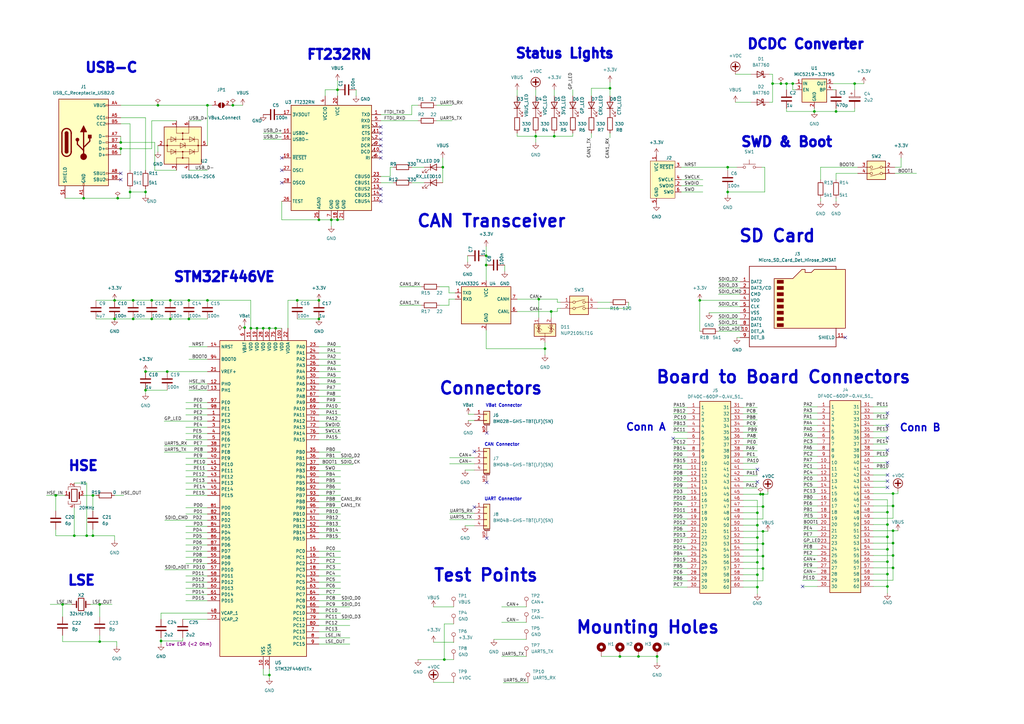
<source format=kicad_sch>
(kicad_sch (version 20230121) (generator eeschema)
  (paper "A3")
  (title_block (title "STM32F446VETx Module") (date "2024-01-22") (rev "Rev 1.0.0"))
  (junction (at 46.99 130.81))
  (junction (at 310.642 240.792))
  (junction (at 312.928 228.092))
  (junction (at 312.928 223.012))
  (junction (at 227.33 55.88))
  (junction (at 46.99 123.19))
  (junction (at 59.69 152.4))
  (junction (at 113.03 134.62))
  (junction (at 366.268 232.918))
  (junction (at 130.81 90.17))
  (junction (at 322.58 34.29))
  (junction (at 22.86 203.2))
  (junction (at 49.53 60.96))
  (junction (at 366.268 217.678))
  (junction (at 223.52 143.002))
  (junction (at 25.654 247.904))
  (junction (at 366.268 202.438))
  (junction (at 320.294 34.29))
  (junction (at 85.09 43.18))
  (junction (at 49.53 58.42))
  (junction (at 261.874 269.24))
  (junction (at 135.89 90.17))
  (junction (at 250.19 36.195))
  (junction (at 107.95 134.62))
  (junction (at 334.01 45.72))
  (junction (at 325.12 34.29))
  (junction (at 34.29 81.28))
  (junction (at 181.61 68.58))
  (junction (at 363.982 230.378))
  (junction (at 102.87 134.62))
  (junction (at 68.58 152.4))
  (junction (at 138.43 90.17))
  (junction (at 40.894 247.904))
  (junction (at 54.61 130.81))
  (junction (at 59.69 78.74))
  (junction (at 199.39 104.902))
  (junction (at 310.642 235.712))
  (junction (at 298.45 68.58))
  (junction (at 182.245 270.51))
  (junction (at 130.81 130.81))
  (junction (at 363.982 235.458))
  (junction (at 53.34 78.74))
  (junction (at 85.09 123.19))
  (junction (at 342.9 45.72))
  (junction (at 59.69 160.02))
  (junction (at 311.912 202.692))
  (junction (at 69.85 130.81))
  (junction (at 110.49 134.62))
  (junction (at 363.982 225.298))
  (junction (at 138.43 36.83))
  (junction (at 310.642 210.312))
  (junction (at 30.48 219.71))
  (junction (at 38.1 203.2))
  (junction (at 363.982 240.538))
  (junction (at 269.494 269.24))
  (junction (at 95.504 43.18))
  (junction (at 310.642 230.632))
  (junction (at 350.52 34.29))
  (junction (at 312.928 207.772))
  (junction (at 110.49 276.86))
  (junction (at 62.23 123.19))
  (junction (at 310.642 220.472))
  (junction (at 363.982 220.218))
  (junction (at 62.23 130.81))
  (junction (at 199.39 108.712))
  (junction (at 366.268 227.838))
  (junction (at 77.47 123.19))
  (junction (at 310.642 215.392))
  (junction (at 316.865 34.29))
  (junction (at 219.71 55.88))
  (junction (at 54.61 123.19))
  (junction (at 363.982 215.138))
  (junction (at 121.92 123.19))
  (junction (at 100.33 134.366))
  (junction (at 310.642 225.552))
  (junction (at 312.928 233.172))
  (junction (at 48.26 81.28))
  (junction (at 40.894 263.144))
  (junction (at 77.47 130.81))
  (junction (at 38.1 219.71))
  (junction (at 130.81 123.19))
  (junction (at 312.928 202.692))
  (junction (at 64.77 43.18))
  (junction (at 366.268 207.518))
  (junction (at 287.02 123.19))
  (junction (at 363.982 210.058))
  (junction (at 366.268 222.758))
  (junction (at 105.41 134.62))
  (junction (at 66.04 262.89))
  (junction (at 254.254 269.24))
  (junction (at 298.45 78.74))
  (junction (at 312.928 217.932))
  (junction (at 226.06 127.762))
  (junction (at 35.56 219.71))
  (junction (at 220.98 122.682))
  (junction (at 69.85 123.19))
  (no_connect (at 363.982 169.418))
  (no_connect (at 49.53 71.12))
  (no_connect (at 199.644 220.726))
  (no_connect (at 363.982 184.658))
  (no_connect (at 276.098 179.832))
  (no_connect (at 329.184 240.538))
  (no_connect (at 310.642 192.532))
  (no_connect (at 115.57 64.77))
  (no_connect (at 156.21 82.55))
  (no_connect (at 156.21 54.61))
  (no_connect (at 115.57 69.85))
  (no_connect (at 156.21 59.69))
  (no_connect (at 156.21 62.23))
  (no_connect (at 363.982 189.738))
  (no_connect (at 346.71 138.43))
  (no_connect (at 194.564 208.026))
  (no_connect (at 363.982 199.898))
  (no_connect (at 199.644 177.546))
  (no_connect (at 363.982 197.358))
  (no_connect (at 49.53 73.66))
  (no_connect (at 115.57 74.93))
  (no_connect (at 156.21 77.47))
  (no_connect (at 363.982 174.498))
  (no_connect (at 310.642 197.612))
  (no_connect (at 156.21 80.01))
  (no_connect (at 363.982 194.818))
  (no_connect (at 156.21 57.15))
  (no_connect (at 156.21 52.07))
  (no_connect (at 199.644 197.866))
  (no_connect (at 363.982 179.578))
  (no_connect (at 156.21 64.77))
  (no_connect (at 194.564 185.166))
  (wire (pts (xy 219.71 55.88) (xy 219.71 58.42)))
  (wire (pts (xy 358.14 217.678) (xy 366.268 217.678)))
  (wire (pts (xy 68.58 152.4) (xy 85.09 152.4)))
  (wire (pts (xy 304.8 240.792) (xy 310.642 240.792)))
  (wire (pts (xy 219.71 55.88) (xy 219.71 54.61)))
  (wire (pts (xy 77.47 69.85) (xy 85.09 69.85)))
  (wire (pts (xy 304.8 233.172) (xy 312.928 233.172)))
  (wire (pts (xy 276.098 192.532) (xy 281.94 192.532)))
  (wire (pts (xy 329.438 207.518) (xy 335.28 207.518)))
  (wire (pts (xy 342.9 71.12) (xy 342.9 73.66)))
  (wire (pts (xy 358.14 232.918) (xy 366.268 232.918)))
  (wire (pts (xy 329.438 225.298) (xy 335.28 225.298)))
  (wire (pts (xy 130.81 231.14) (xy 139.7 231.14)))
  (wire (pts (xy 63.5 58.42) (xy 63.5 69.85)))
  (wire (pts (xy 184.404 210.566) (xy 194.564 210.566)))
  (wire (pts (xy 186.69 122.682) (xy 184.15 122.682)))
  (wire (pts (xy 46.99 130.81) (xy 54.61 130.81)))
  (wire (pts (xy 77.47 157.48) (xy 85.09 157.48)))
  (wire (pts (xy 358.14 179.578) (xy 363.982 179.578)))
  (wire (pts (xy 329.438 235.458) (xy 335.28 235.458)))
  (wire (pts (xy 38.1 219.71) (xy 46.99 219.71)))
  (wire (pts (xy 329.438 212.598) (xy 335.28 212.598)))
  (wire (pts (xy 107.95 276.86) (xy 110.49 276.86)))
  (wire (pts (xy 246.634 269.24) (xy 254.254 269.24)))
  (wire (pts (xy 325.12 34.29) (xy 326.39 34.29)))
  (wire (pts (xy 341.63 34.29) (xy 350.52 34.29)))
  (wire (pts (xy 368.3 202.438) (xy 366.268 202.438)))
  (wire (pts (xy 329.438 174.498) (xy 335.28 174.498)))
  (wire (pts (xy 66.04 262.89) (xy 66.04 264.16)))
  (wire (pts (xy 130.81 256.54) (xy 143.51 256.54)))
  (wire (pts (xy 358.14 184.658) (xy 363.982 184.658)))
  (wire (pts (xy 77.47 142.24) (xy 85.09 142.24)))
  (wire (pts (xy 130.81 203.2) (xy 139.7 203.2)))
  (wire (pts (xy 130.81 172.72) (xy 139.7 172.72)))
  (wire (pts (xy 177.8 248.92) (xy 186.055 248.92)))
  (wire (pts (xy 49.53 43.18) (xy 64.77 43.18)))
  (wire (pts (xy 329.438 220.218) (xy 335.28 220.218)))
  (wire (pts (xy 138.43 33.02) (xy 138.43 36.83)))
  (wire (pts (xy 118.11 134.62) (xy 118.11 123.19)))
  (wire (pts (xy 156.21 49.53) (xy 171.45 49.53)))
  (wire (pts (xy 192.024 172.466) (xy 194.564 172.466)))
  (wire (pts (xy 110.49 276.86) (xy 110.49 278.13)))
  (wire (pts (xy 310.642 215.392) (xy 310.642 220.472)))
  (wire (pts (xy 304.8 205.232) (xy 310.642 205.232)))
  (wire (pts (xy 67.564 233.68) (xy 85.09 233.68)))
  (wire (pts (xy 76.2 177.8) (xy 85.09 177.8)))
  (wire (pts (xy 130.81 213.36) (xy 139.7 213.36)))
  (wire (pts (xy 40.894 247.904) (xy 45.974 247.904)))
  (wire (pts (xy 358.14 174.498) (xy 363.982 174.498)))
  (wire (pts (xy 160.02 68.58) (xy 160.02 72.39)))
  (wire (pts (xy 363.982 220.218) (xy 363.982 225.298)))
  (wire (pts (xy 261.874 269.24) (xy 269.494 269.24)))
  (wire (pts (xy 358.14 204.978) (xy 363.982 204.978)))
  (wire (pts (xy 25.654 247.904) (xy 25.654 252.984)))
  (wire (pts (xy 130.81 243.84) (xy 139.7 243.84)))
  (wire (pts (xy 35.56 219.71) (xy 38.1 219.71)))
  (wire (pts (xy 276.098 184.912) (xy 281.94 184.912)))
  (wire (pts (xy 310.642 220.472) (xy 310.642 225.552)))
  (wire (pts (xy 30.48 219.71) (xy 35.56 219.71)))
  (wire (pts (xy 342.9 71.12) (xy 351.79 71.12)))
  (wire (pts (xy 329.438 189.738) (xy 335.28 189.738)))
  (wire (pts (xy 366.268 202.438) (xy 366.268 207.518)))
  (wire (pts (xy 276.098 202.692) (xy 281.94 202.692)))
  (wire (pts (xy 358.14 189.738) (xy 363.982 189.738)))
  (wire (pts (xy 113.03 134.62) (xy 115.57 134.62)))
  (wire (pts (xy 130.81 187.96) (xy 144.78 187.96)))
  (wire (pts (xy 298.45 69.85) (xy 298.45 68.58)))
  (wire (pts (xy 335.28 215.138) (xy 329.438 215.138)))
  (wire (pts (xy 358.14 166.878) (xy 363.982 166.878)))
  (wire (pts (xy 334.01 44.45) (xy 334.01 45.72)))
  (wire (pts (xy 130.81 208.28) (xy 139.7 208.28)))
  (wire (pts (xy 304.8 225.552) (xy 310.642 225.552)))
  (wire (pts (xy 76.2 208.28) (xy 85.09 208.28)))
  (wire (pts (xy 76.2 200.66) (xy 85.09 200.66)))
  (wire (pts (xy 76.2 241.3) (xy 85.09 241.3)))
  (wire (pts (xy 76.2 180.34) (xy 85.09 180.34)))
  (wire (pts (xy 68.58 160.02) (xy 59.69 160.02)))
  (wire (pts (xy 100.33 133.35) (xy 100.33 134.366)))
  (wire (pts (xy 130.81 90.17) (xy 135.89 90.17)))
  (wire (pts (xy 85.09 43.18) (xy 85.09 59.69)))
  (wire (pts (xy 276.098 240.792) (xy 281.94 240.792)))
  (wire (pts (xy 46.99 123.19) (xy 54.61 123.19)))
  (wire (pts (xy 329.438 182.118) (xy 335.28 182.118)))
  (wire (pts (xy 76.2 246.38) (xy 85.09 246.38)))
  (wire (pts (xy 130.81 149.86) (xy 139.7 149.86)))
  (wire (pts (xy 76.2 243.84) (xy 85.09 243.84)))
  (wire (pts (xy 35.56 198.12) (xy 35.56 219.71)))
  (wire (pts (xy 310.642 205.232) (xy 310.642 210.312)))
  (wire (pts (xy 304.8 192.532) (xy 310.642 192.532)))
  (wire (pts (xy 219.71 36.83) (xy 219.71 39.37)))
  (wire (pts (xy 130.81 193.04) (xy 139.7 193.04)))
  (wire (pts (xy 184.404 187.706) (xy 194.564 187.706)))
  (wire (pts (xy 76.2 218.44) (xy 85.09 218.44)))
  (wire (pts (xy 276.098 210.312) (xy 281.94 210.312)))
  (wire (pts (xy 294.64 133.35) (xy 303.53 133.35)))
  (wire (pts (xy 358.14 220.218) (xy 363.982 220.218)))
  (wire (pts (xy 62.23 60.96) (xy 62.23 49.53)))
  (wire (pts (xy 180.34 125.222) (xy 184.15 125.222)))
  (wire (pts (xy 276.098 172.212) (xy 281.94 172.212)))
  (wire (pts (xy 53.34 50.8) (xy 53.34 69.85)))
  (wire (pts (xy 250.19 33.655) (xy 250.19 36.195)))
  (wire (pts (xy 130.81 154.94) (xy 139.7 154.94)))
  (wire (pts (xy 329.184 240.538) (xy 335.28 240.538)))
  (wire (pts (xy 77.47 123.19) (xy 85.09 123.19)))
  (wire (pts (xy 304.8 223.012) (xy 312.928 223.012)))
  (wire (pts (xy 312.928 202.692) (xy 312.928 207.772)))
  (wire (pts (xy 130.81 246.38) (xy 143.51 246.38)))
  (wire (pts (xy 20.574 247.904) (xy 25.654 247.904)))
  (wire (pts (xy 302.26 138.43) (xy 303.53 138.43)))
  (wire (pts (xy 342.9 82.55) (xy 342.9 81.28)))
  (wire (pts (xy 206.375 280.035) (xy 216.535 280.035)))
  (wire (pts (xy 25.654 247.904) (xy 29.464 247.904)))
  (wire (pts (xy 294.64 118.11) (xy 303.53 118.11)))
  (wire (pts (xy 34.29 81.28) (xy 48.26 81.28)))
  (wire (pts (xy 102.87 134.62) (xy 105.41 134.62)))
  (wire (pts (xy 242.57 36.195) (xy 242.57 39.37)))
  (wire (pts (xy 199.39 135.382) (xy 199.39 143.002)))
  (wire (pts (xy 212.09 127.762) (xy 226.06 127.762)))
  (wire (pts (xy 130.81 241.3) (xy 139.7 241.3)))
  (wire (pts (xy 358.14 237.998) (xy 366.268 237.998)))
  (wire (pts (xy 133.35 39.37) (xy 133.35 36.83)))
  (wire (pts (xy 179.07 49.53) (xy 185.42 49.53)))
  (wire (pts (xy 276.098 220.472) (xy 281.94 220.472)))
  (wire (pts (xy 250.19 56.515) (xy 250.19 54.61)))
  (wire (pts (xy 107.95 57.15) (xy 115.57 57.15)))
  (wire (pts (xy 66.04 262.89) (xy 66.04 261.62)))
  (wire (pts (xy 54.61 130.81) (xy 62.23 130.81)))
  (wire (pts (xy 304.8 220.472) (xy 310.642 220.472)))
  (wire (pts (xy 276.098 217.932) (xy 281.94 217.932)))
  (wire (pts (xy 107.95 54.61) (xy 115.57 54.61)))
  (wire (pts (xy 310.642 230.632) (xy 310.642 235.712)))
  (wire (pts (xy 53.34 78.74) (xy 53.34 77.47)))
  (wire (pts (xy 326.39 36.83) (xy 325.12 36.83)))
  (wire (pts (xy 67.564 213.36) (xy 85.09 213.36)))
  (wire (pts (xy 130.81 220.98) (xy 139.7 220.98)))
  (wire (pts (xy 49.53 58.42) (xy 63.5 58.42)))
  (wire (pts (xy 186.055 255.905) (xy 182.245 255.905)))
  (wire (pts (xy 85.09 123.19) (xy 102.87 123.19)))
  (wire (pts (xy 95.504 43.18) (xy 99.568 43.18)))
  (wire (pts (xy 276.098 225.552) (xy 281.94 225.552)))
  (wire (pts (xy 76.2 193.04) (xy 85.09 193.04)))
  (wire (pts (xy 59.69 80.01) (xy 59.69 78.74)))
  (wire (pts (xy 47.879 265.049) (xy 47.879 263.144)))
  (wire (pts (xy 304.8 184.912) (xy 310.642 184.912)))
  (wire (pts (xy 130.81 205.74) (xy 139.7 205.74)))
  (wire (pts (xy 298.45 78.74) (xy 298.45 77.47)))
  (wire (pts (xy 358.14 194.818) (xy 363.982 194.818)))
  (wire (pts (xy 298.45 68.58) (xy 279.4 68.58)))
  (wire (pts (xy 329.438 230.378) (xy 335.28 230.378)))
  (wire (pts (xy 228.6 126.492) (xy 228.6 127.762)))
  (wire (pts (xy 329.438 192.278) (xy 335.28 192.278)))
  (wire (pts (xy 227.33 36.83) (xy 227.33 39.37)))
  (wire (pts (xy 212.09 55.88) (xy 219.71 55.88)))
  (wire (pts (xy 304.8 189.992) (xy 310.642 189.992)))
  (wire (pts (xy 49.53 50.8) (xy 53.34 50.8)))
  (wire (pts (xy 48.26 81.28) (xy 53.34 81.28)))
  (wire (pts (xy 294.64 130.81) (xy 303.53 130.81)))
  (wire (pts (xy 130.81 170.18) (xy 139.7 170.18)))
  (wire (pts (xy 130.81 142.24) (xy 139.7 142.24)))
  (wire (pts (xy 194.564 215.646) (xy 190.754 215.646)))
  (wire (pts (xy 205.74 269.24) (xy 215.9 269.24)))
  (wire (pts (xy 26.67 81.28) (xy 34.29 81.28)))
  (wire (pts (xy 130.81 238.76) (xy 139.7 238.76)))
  (wire (pts (xy 130.81 177.8) (xy 139.7 177.8)))
  (wire (pts (xy 358.14 177.038) (xy 363.982 177.038)))
  (wire (pts (xy 192.024 169.926) (xy 194.564 169.926)))
  (wire (pts (xy 363.982 210.058) (xy 363.982 215.138)))
  (wire (pts (xy 276.098 182.372) (xy 281.94 182.372)))
  (wire (pts (xy 276.098 169.672) (xy 281.94 169.672)))
  (wire (pts (xy 304.8 202.692) (xy 311.912 202.692)))
  (wire (pts (xy 358.14 199.898) (xy 363.982 199.898)))
  (wire (pts (xy 358.14 187.198) (xy 363.982 187.198)))
  (wire (pts (xy 329.438 171.958) (xy 335.28 171.958)))
  (wire (pts (xy 366.268 217.678) (xy 366.268 222.758)))
  (wire (pts (xy 184.15 122.682) (xy 184.15 125.222)))
  (wire (pts (xy 22.86 219.71) (xy 30.48 219.71)))
  (wire (pts (xy 358.14 215.138) (xy 363.982 215.138)))
  (wire (pts (xy 223.52 140.462) (xy 223.52 143.002)))
  (wire (pts (xy 49.53 48.26) (xy 59.69 48.26)))
  (wire (pts (xy 269.494 269.24) (xy 269.494 271.78)))
  (wire (pts (xy 76.2 228.6) (xy 85.09 228.6)))
  (wire (pts (xy 64.77 59.69) (xy 64.77 62.23)))
  (wire (pts (xy 74.93 254) (xy 85.09 254)))
  (wire (pts (xy 30.48 208.28) (xy 30.48 219.71)))
  (wire (pts (xy 358.14 192.278) (xy 363.982 192.278)))
  (wire (pts (xy 160.02 68.58) (xy 161.29 68.58)))
  (wire (pts (xy 227.33 54.61) (xy 227.33 55.88)))
  (wire (pts (xy 312.928 217.932) (xy 312.928 223.012)))
  (wire (pts (xy 76.2 198.12) (xy 85.09 198.12)))
  (wire (pts (xy 184.404 190.246) (xy 194.564 190.246)))
  (wire (pts (xy 342.9 45.72) (xy 350.52 45.72)))
  (wire (pts (xy 276.098 238.252) (xy 281.94 238.252)))
  (wire (pts (xy 59.69 78.74) (xy 59.69 77.47)))
  (wire (pts (xy 350.52 34.29) (xy 350.52 36.83)))
  (wire (pts (xy 322.58 45.72) (xy 334.01 45.72)))
  (wire (pts (xy 358.14 240.538) (xy 363.982 240.538)))
  (wire (pts (xy 130.81 226.06) (xy 139.7 226.06)))
  (wire (pts (xy 304.8 195.072) (xy 310.642 195.072)))
  (wire (pts (xy 336.55 68.58) (xy 336.55 73.66)))
  (wire (pts (xy 276.098 187.452) (xy 281.94 187.452)))
  (wire (pts (xy 304.8 212.852) (xy 312.928 212.852)))
  (wire (pts (xy 312.928 207.772) (xy 312.928 212.852)))
  (wire (pts (xy 366.268 232.918) (xy 366.268 237.998)))
  (wire (pts (xy 181.61 68.58) (xy 181.61 74.93)))
  (wire (pts (xy 245.11 123.952) (xy 250.19 123.952)))
  (wire (pts (xy 156.21 74.93) (xy 161.29 74.93)))
  (wire (pts (xy 76.2 220.98) (xy 85.09 220.98)))
  (wire (pts (xy 66.04 254) (xy 66.04 251.46)))
  (wire (pts (xy 135.89 90.17) (xy 138.43 90.17)))
  (wire (pts (xy 316.865 41.91) (xy 315.595 41.91)))
  (wire (pts (xy 38.1 203.2) (xy 39.37 203.2)))
  (wire (pts (xy 329.438 184.658) (xy 335.28 184.658)))
  (wire (pts (xy 76.2 170.18) (xy 85.09 170.18)))
  (wire (pts (xy 294.64 115.57) (xy 303.53 115.57)))
  (wire (pts (xy 130.81 198.12) (xy 139.7 198.12)))
  (wire (pts (xy 121.92 123.19) (xy 130.81 123.19)))
  (wire (pts (xy 228.6 123.952) (xy 228.6 122.682)))
  (wire (pts (xy 168.91 74.93) (xy 173.99 74.93)))
  (wire (pts (xy 366.268 222.758) (xy 366.268 227.838)))
  (wire (pts (xy 294.64 125.73) (xy 303.53 125.73)))
  (wire (pts (xy 184.15 117.602) (xy 180.34 117.602)))
  (wire (pts (xy 130.81 152.4) (xy 139.7 152.4)))
  (wire (pts (xy 276.098 177.292) (xy 281.94 177.292)))
  (wire (pts (xy 242.57 36.195) (xy 250.19 36.195)))
  (wire (pts (xy 276.098 197.612) (xy 281.94 197.612)))
  (wire (pts (xy 358.14 207.518) (xy 366.268 207.518)))
  (wire (pts (xy 182.245 270.51) (xy 186.055 270.51)))
  (wire (pts (xy 329.438 202.438) (xy 335.28 202.438)))
  (wire (pts (xy 368.3 201.422) (xy 368.3 202.438)))
  (wire (pts (xy 130.81 261.62) (xy 143.51 261.62)))
  (wire (pts (xy 294.64 120.65) (xy 303.53 120.65)))
  (wire (pts (xy 130.81 200.66) (xy 139.7 200.66)))
  (wire (pts (xy 47.879 263.144) (xy 40.894 263.144)))
  (wire (pts (xy 276.098 205.232) (xy 281.94 205.232)))
  (wire (pts (xy 118.11 123.19) (xy 121.92 123.19)))
  (wire (pts (xy 182.245 255.905) (xy 182.245 270.51)))
  (wire (pts (xy 366.268 207.518) (xy 366.268 212.598)))
  (wire (pts (xy 191.77 104.902) (xy 191.77 107.442)))
  (wire (pts (xy 366.268 227.838) (xy 366.268 232.918)))
  (wire (pts (xy 322.58 34.29) (xy 325.12 34.29)))
  (wire (pts (xy 25.654 263.144) (xy 40.894 263.144)))
  (wire (pts (xy 115.57 90.17) (xy 130.81 90.17)))
  (wire (pts (xy 186.69 120.142) (xy 184.15 120.142)))
  (wire (pts (xy 279.4 78.74) (xy 288.29 78.74)))
  (wire (pts (xy 107.95 274.32) (xy 107.95 276.86)))
  (wire (pts (xy 304.8 215.392) (xy 310.642 215.392)))
  (wire (pts (xy 184.404 213.106) (xy 194.564 213.106)))
  (wire (pts (xy 115.57 82.55) (xy 115.57 90.17)))
  (wire (pts (xy 39.37 130.81) (xy 46.99 130.81)))
  (wire (pts (xy 363.982 215.138) (xy 363.982 220.218)))
  (wire (pts (xy 76.2 167.64) (xy 85.09 167.64)))
  (wire (pts (xy 177.8 263.398) (xy 186.055 263.398)))
  (wire (pts (xy 130.81 218.44) (xy 139.7 218.44)))
  (wire (pts (xy 314.96 201.676) (xy 314.96 202.692)))
  (wire (pts (xy 335.28 179.578) (xy 329.438 179.578)))
  (wire (pts (xy 171.45 270.51) (xy 182.245 270.51)))
  (wire (pts (xy 336.55 68.58) (xy 351.79 68.58)))
  (wire (pts (xy 226.06 127.762) (xy 226.06 130.302)))
  (wire (pts (xy 76.2 187.96) (xy 85.09 187.96)))
  (wire (pts (xy 329.438 222.758) (xy 335.28 222.758)))
  (wire (pts (xy 368.3 217.678) (xy 366.268 217.678)))
  (wire (pts (xy 199.39 108.712) (xy 199.39 115.062)))
  (wire (pts (xy 130.81 236.22) (xy 139.7 236.22)))
  (wire (pts (xy 34.29 203.2) (xy 38.1 203.2)))
  (wire (pts (xy 276.098 189.992) (xy 281.94 189.992)))
  (wire (pts (xy 130.81 259.08) (xy 139.7 259.08)))
  (wire (pts (xy 257.81 123.952) (xy 257.81 126.492)))
  (wire (pts (xy 130.81 185.42) (xy 139.7 185.42)))
  (wire (pts (xy 46.99 221.615) (xy 46.99 219.71)))
  (wire (pts (xy 313.69 78.74) (xy 298.45 78.74)))
  (wire (pts (xy 130.81 165.1) (xy 139.7 165.1)))
  (wire (pts (xy 212.09 36.83) (xy 212.09 39.37)))
  (wire (pts (xy 100.33 134.366) (xy 100.33 134.62)))
  (wire (pts (xy 341.63 36.83) (xy 342.9 36.83)))
  (wire (pts (xy 160.02 72.39) (xy 156.21 72.39)))
  (wire (pts (xy 207.01 108.712) (xy 207.01 111.252)))
  (wire (pts (xy 369.57 64.77) (xy 369.57 68.58)))
  (wire (pts (xy 46.99 203.2) (xy 50.8 203.2)))
  (wire (pts (xy 184.15 120.142) (xy 184.15 117.602)))
  (wire (pts (xy 304.8 228.092) (xy 312.928 228.092)))
  (wire (pts (xy 276.098 207.772) (xy 281.94 207.772)))
  (wire (pts (xy 325.12 36.83) (xy 325.12 34.29)))
  (wire (pts (xy 133.35 36.83) (xy 138.43 36.83)))
  (wire (pts (xy 212.09 55.88) (xy 212.09 54.61)))
  (wire (pts (xy 329.438 169.418) (xy 335.28 169.418)))
  (wire (pts (xy 329.438 204.978) (xy 335.28 204.978)))
  (wire (pts (xy 38.1 217.17) (xy 38.1 219.71)))
  (wire (pts (xy 313.69 68.58) (xy 313.69 78.74)))
  (wire (pts (xy 304.8 217.932) (xy 312.928 217.932)))
  (wire (pts (xy 77.47 147.32) (xy 85.09 147.32)))
  (wire (pts (xy 329.438 177.038) (xy 335.28 177.038)))
  (wire (pts (xy 76.2 226.06) (xy 85.09 226.06)))
  (wire (pts (xy 358.14 182.118) (xy 363.982 182.118)))
  (wire (pts (xy 77.47 49.53) (xy 82.55 49.53)))
  (wire (pts (xy 138.43 36.83) (xy 138.43 39.37)))
  (wire (pts (xy 212.09 122.682) (xy 220.98 122.682)))
  (wire (pts (xy 199.39 143.002) (xy 223.52 143.002)))
  (wire (pts (xy 276.098 223.012) (xy 281.94 223.012)))
  (wire (pts (xy 177.8 279.908) (xy 186.055 279.908)))
  (wire (pts (xy 219.71 55.88) (xy 227.33 55.88)))
  (wire (pts (xy 310.642 235.712) (xy 310.642 240.792)))
  (wire (pts (xy 234.95 54.61) (xy 234.95 55.88)))
  (wire (pts (xy 304.8 174.752) (xy 310.642 174.752)))
  (wire (pts (xy 76.2 223.52) (xy 85.09 223.52)))
  (wire (pts (xy 130.81 215.9) (xy 139.7 215.9)))
  (wire (pts (xy 59.69 152.4) (xy 68.58 152.4)))
  (wire (pts (xy 281.94 215.392) (xy 276.098 215.392)))
  (wire (pts (xy 276.098 200.152) (xy 281.94 200.152)))
  (wire (pts (xy 186.055 279.908) (xy 186.055 280.035)))
  (wire (pts (xy 76.2 238.76) (xy 85.09 238.76)))
  (wire (pts (xy 276.098 167.132) (xy 281.94 167.132)))
  (wire (pts (xy 130.81 264.16) (xy 143.51 264.16)))
  (wire (pts (xy 63.5 69.85) (xy 72.39 69.85)))
  (wire (pts (xy 202.565 262.255) (xy 215.9 262.255)))
  (wire (pts (xy 220.98 122.682) (xy 228.6 122.682)))
  (wire (pts (xy 105.41 134.62) (xy 107.95 134.62)))
  (wire (pts (xy 205.74 248.92) (xy 215.9 248.92)))
  (wire (pts (xy 287.02 123.19) (xy 303.53 123.19)))
  (wire (pts (xy 130.81 248.92) (xy 143.51 248.92)))
  (wire (pts (xy 336.55 82.55) (xy 336.55 81.28)))
  (wire (pts (xy 130.81 157.48) (xy 139.7 157.48)))
  (wire (pts (xy 223.52 143.002) (xy 223.52 145.542)))
  (wire (pts (xy 130.81 144.78) (xy 139.7 144.78)))
  (wire (pts (xy 329.438 217.678) (xy 335.28 217.678)))
  (wire (pts (xy 171.45 43.18) (xy 168.91 43.18)))
  (wire (pts (xy 312.928 228.092) (xy 312.928 233.172)))
  (wire (pts (xy 320.294 34.29) (xy 322.58 34.29)))
  (wire (pts (xy 242.57 56.515) (xy 242.57 54.61)))
  (wire (pts (xy 342.9 45.72) (xy 342.9 44.45)))
  (wire (pts (xy 49.53 60.96) (xy 62.23 60.96)))
  (wire (pts (xy 358.14 222.758) (xy 366.268 222.758)))
  (wire (pts (xy 130.81 180.34) (xy 139.7 180.34)))
  (wire (pts (xy 76.2 210.82) (xy 85.09 210.82)))
  (wire (pts (xy 322.58 44.45) (xy 322.58 45.72)))
  (wire (pts (xy 314.96 217.932) (xy 312.928 217.932)))
  (wire (pts (xy 314.96 202.692) (xy 312.928 202.692)))
  (wire (pts (xy 76.2 203.2) (xy 85.09 203.2)))
  (wire (pts (xy 287.02 123.19) (xy 287.02 135.89)))
  (wire (pts (xy 186.055 263.398) (xy 186.055 263.525)))
  (wire (pts (xy 281.94 179.832) (xy 276.098 179.832)))
  (wire (pts (xy 205.74 255.27) (xy 215.9 255.27)))
  (wire (pts (xy 39.37 123.19) (xy 46.99 123.19)))
  (wire (pts (xy 53.34 81.28) (xy 53.34 78.74)))
  (wire (pts (xy 220.98 122.682) (xy 220.98 130.302)))
  (wire (pts (xy 25.654 263.144) (xy 25.654 260.604)))
  (wire (pts (xy 229.87 126.492) (xy 228.6 126.492)))
  (wire (pts (xy 130.81 175.26) (xy 139.7 175.26)))
  (wire (pts (xy 163.83 125.222) (xy 172.72 125.222)))
  (wire (pts (xy 76.2 231.14) (xy 85.09 231.14)))
  (wire (pts (xy 77.47 160.02) (xy 85.09 160.02)))
  (wire (pts (xy 329.438 194.818) (xy 335.28 194.818)))
  (wire (pts (xy 66.04 262.89) (xy 74.93 262.89)))
  (wire (pts (xy 49.53 60.96) (xy 49.53 63.5)))
  (wire (pts (xy 304.8 172.212) (xy 310.642 172.212)))
  (wire (pts (xy 329.438 199.898) (xy 335.28 199.898)))
  (wire (pts (xy 181.61 64.77) (xy 181.61 68.58)))
  (wire (pts (xy 190.754 192.786) (xy 194.564 192.786)))
  (wire (pts (xy 316.865 30.48) (xy 316.865 34.29)))
  (wire (pts (xy 130.81 162.56) (xy 139.7 162.56)))
  (wire (pts (xy 163.83 117.602) (xy 172.72 117.602)))
  (wire (pts (xy 301.625 41.91) (xy 307.975 41.91)))
  (wire (pts (xy 130.81 147.32) (xy 139.7 147.32)))
  (wire (pts (xy 76.2 165.1) (xy 85.09 165.1)))
  (wire (pts (xy 304.8 169.672) (xy 310.642 169.672)))
  (wire (pts (xy 62.23 123.19) (xy 69.85 123.19)))
  (wire (pts (xy 22.86 217.17) (xy 22.86 219.71)))
  (wire (pts (xy 363.982 204.978) (xy 363.982 210.058)))
  (wire (pts (xy 227.33 55.88) (xy 234.95 55.88)))
  (wire (pts (xy 316.865 30.48) (xy 315.595 30.48)))
  (wire (pts (xy 358.14 171.958) (xy 363.982 171.958)))
  (wire (pts (xy 358.14 210.058) (xy 363.982 210.058)))
  (wire (pts (xy 276.098 212.852) (xy 281.94 212.852)))
  (wire (pts (xy 276.098 174.752) (xy 281.94 174.752)))
  (wire (pts (xy 329.438 210.058) (xy 335.28 210.058)))
  (wire (pts (xy 358.14 212.598) (xy 366.268 212.598)))
  (wire (pts (xy 130.81 210.82) (xy 139.7 210.82)))
  (wire (pts (xy 110.49 134.62) (xy 113.03 134.62)))
  (wire (pts (xy 234.95 36.83) (xy 234.95 39.37)))
  (wire (pts (xy 310.642 210.312) (xy 310.642 215.392)))
  (wire (pts (xy 130.81 167.64) (xy 139.7 167.64)))
  (wire (pts (xy 301.625 30.48) (xy 307.975 30.48)))
  (wire (pts (xy 304.8 210.312) (xy 310.642 210.312)))
  (wire (pts (xy 40.894 263.144) (xy 40.894 260.604)))
  (wire (pts (xy 304.8 235.712) (xy 310.642 235.712)))
  (wire (pts (xy 37.084 247.904) (xy 40.894 247.904)))
  (wire (pts (xy 49.53 55.88) (xy 49.53 58.42)))
  (wire (pts (xy 62.23 130.81) (xy 69.85 130.81)))
  (wire (pts (xy 67.31 185.42) (xy 85.09 185.42)))
  (wire (pts (xy 350.52 45.72) (xy 350.52 44.45)))
  (wire (pts (xy 156.21 46.99) (xy 168.91 46.99)))
  (wire (pts (xy 312.928 223.012) (xy 312.928 228.092)))
  (wire (pts (xy 69.85 123.19) (xy 77.47 123.19)))
  (wire (pts (xy 38.1 203.2) (xy 38.1 209.55)))
  (wire (pts (xy 298.45 80.01) (xy 298.45 78.74)))
  (wire (pts (xy 279.4 76.2) (xy 288.29 76.2)))
  (wire (pts (xy 358.14 202.438) (xy 366.268 202.438)))
  (wire (pts (xy 102.87 123.19) (xy 102.87 134.62)))
  (wire (pts (xy 226.06 127.762) (xy 228.6 127.762)))
  (wire (pts (xy 67.31 182.88) (xy 85.09 182.88)))
  (wire (pts (xy 130.81 195.58) (xy 139.7 195.58)))
  (wire (pts (xy 74.93 262.89) (xy 74.93 261.62)))
  (wire (pts (xy 310.642 225.552) (xy 310.642 230.632)))
  (wire (pts (xy 54.61 123.19) (xy 62.23 123.19)))
  (wire (pts (xy 229.87 123.952) (xy 228.6 123.952)))
  (wire (pts (xy 304.8 207.772) (xy 312.928 207.772)))
  (wire (pts (xy 276.098 195.072) (xy 281.94 195.072)))
  (wire (pts (xy 350.52 34.29) (xy 354.33 34.29)))
  (wire (pts (xy 329.438 232.918) (xy 335.28 232.918)))
  (wire (pts (xy 130.81 233.68) (xy 139.7 233.68)))
  (wire (pts (xy 64.77 43.18) (xy 85.09 43.18)))
  (wire (pts (xy 316.865 34.29) (xy 320.294 34.29)))
  (wire (pts (xy 276.098 230.632) (xy 281.94 230.632)))
  (wire (pts (xy 168.91 68.58) (xy 173.99 68.58)))
  (wire (pts (xy 59.69 48.26) (xy 59.69 69.85)))
  (wire (pts (xy 76.2 190.5) (xy 85.09 190.5)))
  (wire (pts (xy 304.8 238.252) (xy 312.928 238.252)))
  (wire (pts (xy 110.49 274.32) (xy 110.49 276.86)))
  (wire (pts (xy 276.098 235.712) (xy 281.94 235.712)))
  (wire (pts (xy 135.89 92.71) (xy 135.89 90.17)))
  (wire (pts (xy 59.69 161.29) (xy 59.69 160.02)))
  (wire (pts (xy 358.14 225.298) (xy 363.982 225.298)))
  (wire (pts (xy 290.83 128.27) (xy 303.53 128.27)))
  (wire (pts (xy 146.05 36.83) (xy 146.05 39.37)))
  (wire (pts (xy 311.912 202.692) (xy 312.928 202.692)))
  (wire (pts (xy 53.34 78.74) (xy 59.69 78.74)))
  (wire (pts (xy 67.31 172.72) (xy 85.09 172.72)))
  (wire (pts (xy 179.07 43.18) (xy 185.42 43.18)))
  (wire (pts (xy 59.69 160.02) (xy 59.69 158.75)))
  (wire (pts (xy 19.05 203.2) (xy 22.86 203.2)))
  (wire (pts (xy 254.254 269.24) (xy 261.874 269.24)))
  (wire (pts (xy 22.86 209.55) (xy 22.86 203.2)))
  (wire (pts (xy 329.438 187.198) (xy 335.28 187.198)))
  (wire (pts (xy 334.01 45.72) (xy 342.9 45.72)))
  (wire (pts (xy 316.865 34.29) (xy 316.865 41.91)))
  (wire (pts (xy 363.982 230.378) (xy 363.982 235.458)))
  (wire (pts (xy 304.8 167.132) (xy 310.642 167.132)))
  (wire (pts (xy 304.8 187.452) (xy 310.642 187.452)))
  (wire (pts (xy 107.95 134.62) (xy 110.49 134.62)))
  (wire (pts (xy 313.69 68.58) (xy 312.42 68.58)))
  (wire (pts (xy 85.09 43.18) (xy 86.995 43.18)))
  (wire (pts (xy 76.2 215.9) (xy 85.09 215.9)))
  (wire (pts (xy 322.58 34.29) (xy 322.58 36.83)))
  (wire (pts (xy 130.81 190.5) (xy 144.78 190.5)))
  (wire (pts (xy 40.894 247.904) (xy 40.894 252.984)))
  (wire (pts (xy 329.184 237.998) (xy 335.28 237.998)))
  (wire (pts (xy 130.81 254) (xy 143.51 254)))
  (wire (pts (xy 250.19 36.195) (xy 250.19 39.37)))
  (wire (pts (xy 363.982 235.458) (xy 363.982 240.538)))
  (wire (pts (xy 363.982 240.538) (xy 363.982 243.332)))
  (wire (pts (xy 363.982 225.298) (xy 363.982 230.378)))
  (wire (pts (xy 199.39 104.902) (xy 199.39 108.712)))
  (wire (pts (xy 76.2 175.26) (xy 85.09 175.26)))
  (wire (pts (xy 304.8 230.632) (xy 310.642 230.632)))
  (wire (pts (xy 329.438 227.838) (xy 335.28 227.838)))
  (wire (pts (xy 168.91 43.18) (xy 168.91 46.99)))
  (wire (pts (xy 121.92 130.81) (xy 130.81 130.81)))
  (wire (pts (xy 358.14 235.458) (xy 363.982 235.458)))
  (wire (pts (xy 257.81 126.492) (xy 245.11 126.492)))
  (wire (pts (xy 312.928 233.172) (xy 312.928 238.252)))
  (wire (pts (xy 358.14 197.358) (xy 363.982 197.358)))
  (wire (pts (xy 367.03 68.58) (xy 369.57 68.58)))
  (wire (pts (xy 358.14 230.378) (xy 363.982 230.378)))
  (wire (pts (xy 30.48 198.12) (xy 35.56 198.12)))
  (wire (pts (xy 298.45 68.58) (xy 302.26 68.58)))
  (wire (pts (xy 130.81 160.02) (xy 139.7 160.02)))
  (wire (pts (xy 279.4 73.66) (xy 288.29 73.66)))
  (wire (pts (xy 304.8 200.152) (xy 310.642 200.152)))
  (wire (pts (xy 367.03 71.12) (xy 375.92 71.12)))
  (wire (pts (xy 276.098 233.172) (xy 281.94 233.172)))
  (wire (pts (xy 199.39 101.092) (xy 199.39 104.902)))
  (wire (pts (xy 69.85 130.81) (xy 77.47 130.81)))
  (wire (pts (xy 138.43 90.17) (xy 140.97 90.17)))
  (wire (pts (xy 66.04 251.46) (xy 85.09 251.46)))
  (wire (pts (xy 304.8 179.832) (xy 310.642 179.832)))
  (wire (pts (xy 304.8 182.372) (xy 310.642 182.372)))
  (wire (pts (xy 276.098 228.092) (xy 281.94 228.092)))
  (wire (pts (xy 329.438 197.358) (xy 335.28 197.358)))
  (wire (pts (xy 294.64 135.89) (xy 303.53 135.89)))
  (wire (pts (xy 62.23 49.53) (xy 72.39 49.53)))
  (wire (pts (xy 94.615 43.18) (xy 95.504 43.18)))
  (wire (pts (xy 130.81 251.46) (xy 139.7 251.46)))
  (wire (pts (xy 76.2 195.58) (xy 85.09 195.58)))
  (wire (pts (xy 304.8 197.612) (xy 310.642 197.612)))
  (wire (pts (xy 358.14 227.838) (xy 366.268 227.838)))
  (wire (pts (xy 304.8 177.292) (xy 310.642 177.292)))
  (wire (pts (xy 329.438 166.878) (xy 335.28 166.878)))
  (wire (pts (xy 76.2 236.22) (xy 85.09 236.22)))
  (wire (pts (xy 77.47 130.81) (xy 85.09 130.81)))
  (wire (pts (xy 310.642 240.792) (xy 310.642 243.586)))
  (wire (pts (xy 358.14 169.418) (xy 363.982 169.418)))
  (wire (pts (xy 22.86 203.2) (xy 26.67 203.2)))
  (wire (pts (xy 130.81 228.6) (xy 139.7 228.6)))
  (text "HSE\n" (at 27.686 193.548 0) (effects (font (size 4 4) (thickness 1) bold) (justify left bottom)))
  (text "Board to Board Connectors" (at 268.732 157.734 0) (effects (font (size 5 5) (thickness 1) bold) (justify left bottom)))
  (text "SWD & Boot" (at 303.53 60.706 0) (effects (font (size 4 4) (thickness 1) bold) (justify left bottom)))
  (text "SD Card" (at 302.768 99.822 0) (effects (font (size 5 5) (thickness 1) bold) (justify left bottom)))
  (text "Test Points" (at 177.546 239.014 0) (effects (font (size 5 5) (thickness 1) bold) (justify left bottom)))
  (text "FT232RN" (at 125.476 24.892 0) (effects (font (size 4 4) (thickness 1) bold) (justify left bottom)))
  (text "CAN Connector\n" (at 198.628 183.134 0) (effects (font (size 1.27 1.27) bold) (justify left bottom)))
  (text "LSE\n" (at 27.432 240.538 0) (effects (font (size 4 4) (thickness 1) bold) (justify left bottom)))
  (text "VBat Connector" (at 199.136 167.132 0) (effects (font (size 1.27 1.27) bold) (justify left bottom)))
  (text "CAN Transceiver" (at 170.688 93.726 0) (effects (font (size 5 5) (thickness 1) bold) (justify left bottom)))
  (text "USB-C\n" (at 34.544 30.226 0) (effects (font (size 4 4) (thickness 1) bold) (justify left bottom)))
  (text "Conn A" (at 256.54 177.038 0) (effects (font (size 3 3) (thickness 0.6) bold) (justify left bottom)))
  (text "Connectors" (at 179.832 162.306 0) (effects (font (size 5 5) (thickness 1) bold) (justify left bottom)))
  (text "Conn B" (at 368.808 177.292 0) (effects (font (size 3 3) (thickness 0.6) bold) (justify left bottom)))
  (text "STM32F446VE" (at 70.866 116.078 0) (effects (font (size 4 4) (thickness 1) bold) (justify left bottom)))
  (text "Mounting Holes\n" (at 235.966 260.35 0) (effects (font (size 5 5) (thickness 1) bold) (justify left bottom)))
  (text "Status Lights" (at 211.074 24.384 0) (effects (font (size 4 4) (thickness 1) bold) (justify left bottom)))
  (text "UART Connector\n" (at 198.628 205.486 0) (effects (font (size 1.27 1.27) bold) (justify left bottom)))
  (text "DCDC Converter" (at 306.07 20.574 0) (effects (font (size 4 4) (thickness 1) bold) (justify left bottom)))
  (label "PE3" (at 79.248 172.72 0))
  (label "PD1" (at 276.098 192.532 0))
  (label "PD0" (at 276.098 187.452 0))
  (label "PA7" (at 133.858 160.02 0))
  (label "CAN1_RX" (at 139.7 205.74 0))
  (label "PD14" (at 276.098 225.552 0))
  (label "PE1" (at 79.248 167.64 0))
  (label "PD15" (at 276.098 230.632 0))
  (label "PD0" (at 79.248 208.28 0))
  (label "PD13" (at 78.74 241.3 0))
  (label "PB7" (at 133.604 203.2 0))
  (label "CAN+" (at 207.645 248.92 0))
  (label "PA11" (at 133.604 170.18 0))
  (label "UART5_TX" (at 180.34 49.53 0))
  (label "PD10" (at 276.098 205.232 0))
  (label "PB5" (at 133.604 198.12 0))
  (label "PB6" (at 276.098 238.252 0))
  (label "PC10" (at 133.35 251.46 0))
  (label "PC10" (at 276.352 172.212 0))
  (label "SWO" (at 133.35 193.04 0))
  (label "PE6" (at 329.438 207.518 0))
  (label "PA6" (at 329.438 184.658 0))
  (label "PC12" (at 276.098 182.372 0))
  (label "SDIO_D0" (at 294.64 130.81 0))
  (label "PC12" (at 133.35 256.54 0))
  (label "PB10" (at 133.604 210.82 0))
  (label "CAN-" (at 329.438 235.458 0))
  (label "PE0" (at 306.324 182.372 0))
  (label "UART5_TX" (at 205.74 269.24 0))
  (label "PA1" (at 329.438 171.958 0))
  (label "UART5_RX" (at 184.404 210.566 0))
  (label "PE11" (at 79.248 193.04 0))
  (label "PC9" (at 133.604 248.92 0))
  (label "PD2" (at 276.098 197.612 0))
  (label "UART5_TX" (at 184.404 213.106 0))
  (label "PB0" (at 329.438 204.978 0))
  (label "USB_D-" (at 107.95 57.15 0))
  (label "PD11" (at 276.098 210.312 0))
  (label "CAN-" (at 207.645 255.27 0))
  (label "PE15" (at 78.994 203.2 0))
  (label "PC11" (at 133.35 254 0))
  (label "PC8" (at 133.604 246.38 0))
  (label "PB6" (at 133.604 200.66 0))
  (label "PD12" (at 78.74 238.76 0))
  (label "SWDIO" (at 133.35 175.26 0))
  (label "PB5" (at 276.098 233.172 0))
  (label "SDIO_CMD" (at 294.64 120.65 0))
  (label "PB9" (at 306.578 177.292 0))
  (label "PB4" (at 133.604 195.58 0))
  (label "PD4" (at 78.994 218.44 0))
  (label "LSE_OUT" (at 45.974 247.904 180))
  (label "PD5" (at 276.098 212.852 0))
  (label "PB8" (at 133.604 205.74 0))
  (label "HSE_OUT" (at 49.53 203.2 0))
  (label "PD7" (at 78.994 226.06 0))
  (label "PD14" (at 78.74 243.84 0))
  (label "SDIO_D2" (at 139.7 187.96 0))
  (label "PD9" (at 78.994 231.14 0))
  (label "UART5_RX" (at 180.34 43.18 0))
  (label "SDIO_D2" (at 294.64 115.57 0))
  (label "PA3" (at 329.438 169.418 0))
  (label "PC8" (at 306.07 169.672 0))
  (label "CAN+" (at 217.17 122.682 0))
  (label "PA4" (at 134.112 152.4 0))
  (label "PE11" (at 359.41 166.878 0))
  (label "PC4" (at 329.438 194.818 0))
  (label "PA15" (at 276.098 167.132 0))
  (label "PA0" (at 134.112 142.24 0))
  (label "PE6" (at 78.994 180.34 0))
  (label "PD7" (at 276.098 223.012 0))
  (label "HSE_IN" (at 19.05 203.2 0))
  (label "PE7" (at 329.438 220.218 0))
  (label "UART5_RX" (at 206.375 280.035 0))
  (label "PE14" (at 359.41 182.118 0))
  (label "GP_LED" (at 329.438 222.758 0))
  (label "UART5_TX" (at 67.31 185.42 0))
  (label "PE5" (at 78.994 177.8 0))
  (label "PD3" (at 276.098 202.692 0))
  (label "PD6" (at 78.994 223.52 0))
  (label "LSE_OUT" (at 133.35 264.16 0))
  (label "BOOT1" (at 368.3 71.12 0))
  (label "PA5" (at 329.692 179.578 0))
  (label "PC5" (at 133.604 238.76 0))
  (label "FTDI_RXD" (at 157.48 49.53 0))
  (label "PB12" (at 133.604 213.36 0))
  (label "PC6" (at 276.098 235.712 0))
  (label "PE2" (at 79.248 170.18 0))
  (label "UART5_RX" (at 67.31 182.88 0))
  (label "PA12" (at 133.604 172.72 0))
  (label "PB8" (at 306.07 172.212 0))
  (label "PD1" (at 79.248 210.82 0))
  (label "PA7" (at 329.438 189.738 0))
  (label "SDIO_D1" (at 294.64 133.35 0))
  (label "PD11" (at 78.74 236.22 0))
  (label "PC0" (at 133.604 226.06 0))
  (label "PE5" (at 329.692 212.598 0))
  (label "PD15" (at 78.74 246.38 0))
  (label "PC1" (at 133.604 228.6 0))
  (label "PC9" (at 306.07 174.752 0))
  (label "PB10" (at 359.41 192.278 0))
  (label "PB13" (at 133.604 215.9 0))
  (label "PD13" (at 276.098 220.472 0))
  (label "GP_LED" (at 234.95 36.83 90))
  (label "PE4" (at 79.248 175.26 0))
  (label "PE15" (at 359.41 187.198 0))
  (label "PA8" (at 306.324 179.832 0))
  (label "PE8" (at 79.502 185.42 0))
  (label "SWCLK" (at 133.35 177.8 0))
  (label "CAN+" (at 329.438 230.378 0))
  (label "PB13" (at 276.098 174.752 0))
  (label "USB_D+" (at 107.95 54.61 0))
  (label "BOOT1" (at 329.438 215.138 0))
  (label "PD4" (at 276.098 207.772 0))
  (label "CAN1_TX" (at 163.83 125.222 0))
  (label "BOOT1" (at 132.08 190.5 0))
  (label "PE13" (at 78.994 198.12 0))
  (label "PA9" (at 305.816 184.912 0))
  (label "CAN-" (at 188.214 190.246 0))
  (label "PE14" (at 79.248 200.66 0))
  (label "CAN-" (at 217.17 127.762 0))
  (label "SDIO_D3" (at 139.954 254 0))
  (label "PC13" (at 329.438 202.438 0))
  (label "PC7" (at 276.098 240.792 0))
  (label "SWCLK" (at 280.67 73.66 0))
  (label "PE10" (at 329.184 237.998 0))
  (label "PD3" (at 79.248 215.9 0))
  (label "FTDI_TXD" (at 157.48 46.99 0))
  (label "SDIO_D0" (at 139.954 246.38 0))
  (label "PC2" (at 133.604 231.14 0))
  (label "HSE_IN" (at 77.47 157.48 0))
  (label "SDIO_nDET" (at 67.564 233.68 0))
  (label "PB14" (at 133.604 218.44 0))
  (label "PD2" (at 78.994 213.36 0))
  (label "GP_LED" (at 67.31 172.72 0))
  (label "PB7" (at 305.816 167.132 0))
  (label "PC6" (at 133.604 241.3 0))
  (label "PB1" (at 329.438 210.058 0))
  (label "NRST" (at 78.74 142.24 0))
  (label "PD6" (at 276.098 217.932 0))
  (label "SDIO_CK" (at 139.7 190.5 0))
  (label "PE8" (at 329.438 225.298 0))
  (label "PD8" (at 78.994 228.6 0))
  (label "USB_D-" (at 80.01 69.85 0))
  (label "PE2" (at 329.438 227.838 0))
  (label "SWDIO" (at 280.67 76.2 0))
  (label "CAN1_RX" (at 250.19 56.515 270))
  (label "PE12" (at 359.41 171.958 0))
  (label "SWO" (at 280.67 78.74 0))
  (label "PA2" (at 134.112 147.32 0))
  (label "PC3" (at 329.438 182.118 0))
  (label "PB9" (at 133.604 208.28 0))
  (label "SDIO_nDET" (at 294.64 135.89 0))
  (label "PA9" (at 133.858 165.1 0))
  (label "PB12" (at 276.098 169.672 0))
  (label "PE1" (at 306.07 187.452 0))
  (label "PA5" (at 134.112 154.94 0))
  (label "PC0" (at 329.438 197.358 0))
  (label "PA10" (at 133.604 167.64 0))
  (label "USB_D+" (at 77.47 49.53 0))
  (label "PC11" (at 276.098 177.292 0))
  (label "PE10" (at 79.248 190.5 0))
  (label "PA11" (at 306.07 195.072 0))
  (label "PC13" (at 133.35 259.08 0))
  (label "PA2" (at 329.438 166.878 0))
  (label "PE4" (at 329.438 217.678 0))
  (label "PA3" (at 134.112 149.86 0))
  (label "PA8" (at 133.858 162.56 0))
  (label "PC4" (at 133.604 236.22 0))
  (label "PC2" (at 329.438 187.198 0))
  (label "PC5" (at 329.438 199.898 0))
  (label "PA0" (at 329.438 177.038 0))
  (label "PA15" (at 133.604 180.34 0))
  (label "PE7" (at 79.248 182.88 0))
  (label "HSE_OUT" (at 77.47 160.02 0))
  (label "PC7" (at 133.604 243.84 0))
  (label "CAN1_TX" (at 139.7 208.28 0))
  (label "PA10" (at 306.324 189.992 0))
  (label "LSE_IN" (at 133.35 261.62 0))
  (label "PB14" (at 276.098 184.912 0))
  (label "PD8" (at 276.098 195.072 0))
  (label "PA6" (at 134.112 157.48 0))
  (label "PB0" (at 133.604 185.42 0))
  (label "PB4" (at 276.098 228.092 0))
  (label "PB1" (at 133.604 187.96 0))
  (label "SDIO_CMD" (at 67.564 213.36 0))
  (label "NRST" (at 280.67 68.58 0))
  (label "SDIO_CK" (at 294.64 125.73 0))
  (label "LSE_IN" (at 23.114 247.904 0))
  (label "PA12" (at 305.816 200.152 0))
  (label "CAN1_TX" (at 242.57 56.515 270))
  (label "PB15" (at 133.604 220.98 0))
  (label "SDIO_D1" (at 139.954 248.92 0))
  (label "CAN+" (at 188.214 187.706 0))
  (label "PE9" (at 79.248 187.96 0))
  (label "PB15" (at 276.098 189.992 0))
  (label "PD10" (at 78.994 233.68 0))
  (label "CAN1_RX" (at 163.83 117.602 0))
  (label "BOOT0" (at 344.17 68.58 0))
  (label "BOOT0" (at 78.74 147.32 0))
  (label "PC1" (at 329.438 192.278 0))
  (label "PE13" (at 359.41 177.038 0))
  (label "PA1" (at 134.112 144.78 0))
  (label "PD9" (at 276.098 200.152 0))
  (label "SDIO_D3" (at 294.64 118.11 0))
  (label "PE12" (at 78.994 195.58 0))
  (label "PD12" (at 276.098 215.392 0))
  (label "PE9" (at 329.438 232.918 0))
  (label "PE0" (at 79.248 165.1 0))
  (label "PC3" (at 133.604 233.68 0))
  (label "PD5" (at 78.994 220.98 0))
  (label "PA4" (at 329.438 174.498 0))
  (symbol (lib_id "Device:R") (at 165.1 74.93 270) (unit 1)
    (property "Reference" "R12" (at 161.29 73.66 90))
    (property "Value" "330" (at 168.91 73.66 90))
    (property "Footprint" "Resistor_SMD:R_0603_1608Metric" (effects hide))
    (property "JLCPCB" "C441887" (effects hide))
  )
  (symbol (lib_id "power:GND") (at 192.024 172.466 0) (unit 1)
    (property "Reference" "#PWR039" (effects hide))
    (property "Value" "GND" (at 192.024 177.546 0))
  )
  (symbol (lib_id "Power_Protection:NUP2105L") (at 223.52 135.382 0) (unit 1)
    (property "Reference" "D11" (at 229.87 134.112 0) (effects (justify left)))
    (property "Value" "NUP2105LT1G" (at 229.87 136.652 0) (effects (justify left)))
    (property "Footprint" "Package_TO_SOT_SMD:SOT-23" (effects hide))
    (property "Datasheet" "http://www.onsemi.com/pub_link/Collateral/NUP2105L-D.PDF" (effects hide))
    (property "JLCPCB" "C14486" (effects hide))
  )
  (symbol (lib_id "Connector:TestPoint") (at 215.9 262.255 0) (unit 1) (in_bom no)
    (property "Reference" "TP5" (at 217.805 257.683 0) (effects (justify left)))
    (property "Value" "GND" (at 217.805 260.223 0) (effects (justify left)))
    (property "Footprint" "TestPoint:TestPoint_Pad_D1.5mm" (effects hide))
  )
  (symbol (lib_id "power:+VDC") (at 301.625 30.48 0) (unit 1)
    (property "Reference" "#PWR01" (effects hide))
    (property "Value" "+VDC" (at 301.625 22.86 0))
  )
  (symbol (lib_id "Connector:Micro_SD_Card_Det_Hirose_DM3AT") (at 326.39 125.73 0) (unit 1)
    (property "Reference" "J3" (at 327.025 104.14 0))
    (property "Value" "Micro_SD_Card_Det_Hirose_DM3AT" (at 327.025 106.68 0))
    (property "Footprint" "Connector_Card:microSD_HC_Hirose_DM3D-SF" (effects hide))
    (property "Datasheet" "https://www.hirose.com/product/en/download_file/key_name/DM3/category/Catalog/doc_file_id/49662/?file_category_id=4&item_id=195&is_series=1" (effects hide))
    (property "JLCPCB" "C719027" (effects hide))
  )
  (symbol (lib_id "Device:C") (at 121.92 127 0) (unit 1)
    (property "Reference" "C16" (at 123.19 124.46 0) (effects (justify left)))
    (property "Value" "100n" (at 121.92 129.54 0) (effects (justify left)))
    (property "Footprint" "Capacitor_SMD:C_0603_1608Metric" (effects hide))
    (property "JLCPCB" "C1591" (effects hide))
  )
  (symbol (lib_id "power:+3.3V") (at 199.39 101.092 0) (unit 1)
    (property "Reference" "#PWR024" (effects hide))
    (property "Value" "+3.3V" (at 199.39 96.012 0))
  )
  (symbol (lib_id "Device:R") (at 342.9 77.47 0) (unit 1)
    (property "Reference" "R14" (at 344.17 74.93 0) (effects (justify left)))
    (property "Value" "5k1" (at 344.17 80.01 0) (effects (justify left)))
    (property "Footprint" "Resistor_SMD:R_0603_1608Metric" (effects hide))
    (property "JLCPCB" "C105580" (effects hide))
  )
  (symbol (lib_id "power:VBUS") (at 212.09 36.83 0) (unit 1)
    (property "Reference" "#PWR05" (effects hide))
    (property "Value" "VBUS" (at 212.09 31.75 0))
  )
  (symbol (lib_id "Connector:TestPoint") (at 186.055 248.92 0) (unit 1) (in_bom no)
    (property "Reference" "TP1" (at 187.96 244.348 0) (effects (justify left)))
    (property "Value" "VBUS" (at 187.96 246.888 0) (effects (justify left)))
    (property "Footprint" "TestPoint:TestPoint_Pad_D1.5mm" (effects hide))
  )
  (symbol (lib_id "Switch:SW_DIP_x02") (at 359.41 68.58 180) (unit 1)
    (property "Reference" "SW2" (at 359.41 64.135 0))
    (property "Value" "SW_DIP_x02" (effects hide))
    (property "Footprint" "whose_lib:218-2LPSTRF" (effects hide))
    (property "JLCPCB" "C314498" (effects hide))
  )
  (symbol (lib_id "power:GND") (at 59.69 80.01 0) (unit 1)
    (property "Reference" "#PWR018" (effects hide))
    (property "Value" "GND" (at 62.23 82.55 0))
  )
  (symbol (lib_id "power:+3.3V") (at 269.24 63.5 0) (unit 1)
    (property "Reference" "#PWR015" (effects hide))
    (property "Value" "+3.3V" (at 269.24 58.42 0))
  )
  (symbol (lib_id "Regulator_Linear:MIC5219-3.3YM5") (at 334.01 36.83 0) (unit 1)
    (property "Reference" "U1" (at 334.01 27.94 0))
    (property "Value" "MIC5219-3.3YM5" (at 334.01 30.48 0))
    (property "Footprint" "Package_TO_SOT_SMD:SOT-23-5" (effects hide))
    (property "Datasheet" "http://ww1.microchip.com/downloads/en/DeviceDoc/MIC5219-500mA-Peak-Output-LDO-Regulator-DS20006021A.pdf" (effects hide))
    (property "JLCPCB" "C29613" (effects hide))
  )
  (symbol (lib_id "Device:C") (at 111.76 46.99 270) (unit 1)
    (property "Reference" "C5" (at 111.76 43.18 90) (effects (justify left)))
    (property "Value" "100n" (at 113.03 48.26 90) (effects (justify left)))
    (property "Footprint" "Capacitor_SMD:C_0603_1608Metric" (effects hide))
    (property "JLCPCB" "C1591" (effects hide))
  )
  (symbol (lib_id "Connector:TestPoint") (at 216.535 280.035 0) (unit 1) (in_bom no)
    (property "Reference" "TP10" (at 218.44 275.463 0) (effects (justify left)))
    (property "Value" "UART5_RX" (at 218.44 278.003 0) (effects (justify left)))
    (property "Footprint" "TestPoint:TestPoint_Pad_D1.5mm" (effects hide))
  )
  (symbol (lib_id "Device:C") (at 130.81 127 0) (unit 1)
    (property "Reference" "C17" (at 132.08 124.46 0) (effects (justify left)))
    (property "Value" "1u" (at 130.81 129.54 0) (effects (justify left)))
    (property "Footprint" "Capacitor_SMD:C_0603_1608Metric" (effects hide))
    (property "JLCPCB" "C5673" (effects hide))
  )
  (symbol (lib_id "power:GND") (at 342.9 82.55 0) (unit 1)
    (property "Reference" "#PWR021" (effects hide))
    (property "Value" "GND" (at 342.9 87.63 0))
  )
  (symbol (lib_id "Interface_CAN_LIN:TCAN332G") (at 199.39 125.222 0) (unit 1)
    (property "Reference" "U4" (at 200.66 116.332 0) (effects (justify left)))
    (property "Value" "TCAN332G" (at 186.69 116.332 0) (effects (justify left)))
    (property "Footprint" "Package_SO:SOIC-8_3.9x4.9mm_P1.27mm" (effects hide))
    (property "Datasheet" "http://www.ti.com/lit/ds/symlink/tcan337.pdf" (effects hide))
    (property "JLCPCB" "C191010" (effects hide))
  )
  (symbol (lib_id "power:VBUS") (at 314.96 217.932 0) (unit 1)
    (property "Reference" "#PWR045" (effects hide))
    (property "Value" "VBUS" (at 314.96 214.376 0))
  )
  (symbol (lib_id "Device:Crystal_GND24") (at 30.48 203.2 0) (unit 1)
    (property "Reference" "X1" (at 34.29 198.12 0))
    (property "Value" "20MHz" (at 35.56 208.28 0))
    (property "Footprint" "Crystal:Crystal_SMD_3225-4Pin_3.2x2.5mm" (effects hide))
    (property "Datasheet" "https://www.we-online.com/components/products/datasheet/830108207209.pdf" (effects hide))
    (property "Mouser" "https://www.mouser.sg/ProductDetail/Wurth-Elektronik/830108207209?qs=hWgE7mdIu5QIK2RaX2S5hg%3D%3D" (effects hide))
    (property "JLCPCB" "C6106563" (effects hide))
  )
  (symbol (lib_id "Device:C_Polarized") (at 350.52 40.64 0) (unit 1)
    (property "Reference" "C4" (at 354.33 38.481 0) (effects (justify left)))
    (property "Value" "2u2" (at 354.33 41.021 0) (effects (justify left)))
    (property "Footprint" "Capacitor_Tantalum_SMD:CP_EIA-3216-18_Kemet-A_Pad1.58x1.35mm_HandSolder" (effects hide))
    (property "Comment" "Tantalum" (effects hide))
    (property "JLCPCB" "C600494" (effects hide))
  )
  (symbol (lib_id "Connector:TestPoint") (at 186.055 255.905 0) (unit 1) (in_bom no)
    (property "Reference" "TP4" (at 187.96 251.333 0) (effects (justify left)))
    (property "Value" "GND" (at 187.96 253.873 0) (effects (justify left)))
    (property "Footprint" "TestPoint:TestPoint_Pad_D1.5mm" (effects hide))
  )
  (symbol (lib_id "Device:C") (at 142.24 36.83 90) (unit 1)
    (property "Reference" "C1" (at 139.7 35.56 0) (effects (justify left)))
    (property "Value" "100n" (at 144.78 36.83 0) (effects (justify left)))
    (property "Footprint" "Capacitor_SMD:C_0603_1608Metric" (effects hide))
    (property "JLCPCB" "C1591" (effects hide))
  )
  (symbol (lib_id "Device:R") (at 254 123.952 90) (unit 1)
    (property "Reference" "R16" (at 254 126.492 90) (effects (justify left)))
    (property "Value" "120" (at 259.08 126.492 90) (effects (justify left)))
    (property "Footprint" "Resistor_SMD:R_0603_1608Metric" (effects hide))
    (property "JLCPCB" "C114640" (effects hide))
  )
  (symbol (lib_id "power:+3.3V") (at 227.33 36.83 0) (unit 1)
    (property "Reference" "#PWR07" (effects hide))
    (property "Value" "+3.3V" (at 227.33 31.75 0))
  )
  (symbol (lib_id "power:VBUS") (at 138.43 33.02 0) (unit 1)
    (property "Reference" "#PWR02" (effects hide))
    (property "Value" "VBUS" (at 138.43 27.94 0))
  )
  (symbol (lib_id "Device:R") (at 175.26 43.18 270) (unit 1)
    (property "Reference" "R1" (at 172.72 40.64 90))
    (property "Value" "22" (at 177.8 40.64 90))
    (property "Footprint" "Resistor_SMD:R_0603_1608Metric" (effects hide))
    (property "JLCPCB" "C491194" (effects hide))
  )
  (symbol (lib_id "Device:R") (at 219.71 50.8 0) (unit 1)
    (property "Reference" "R4" (at 223.52 53.34 0))
    (property "Value" "330" (at 223.52 50.8 0))
    (property "Footprint" "Resistor_SMD:R_0603_1608Metric" (effects hide))
    (property "JLCPCB" "C441887" (effects hide))
  )
  (symbol (lib_id "power:+VDC") (at 368.3 201.422 0) (unit 1)
    (property "Reference" "#PWR041" (effects hide))
    (property "Value" "+VDC" (at 368.3 195.072 0))
  )
  (symbol (lib_id "Device:C") (at 39.37 127 0) (unit 1)
    (property "Reference" "C9" (at 40.64 124.46 0) (effects (justify left)))
    (property "Value" "4u7" (at 39.37 129.54 0) (effects (justify left)))
    (property "Footprint" "Capacitor_SMD:C_0805_2012Metric" (effects hide))
    (property "JLCPCB" "C77077" (effects hide))
  )
  (symbol (lib_id "Device:C") (at 25.654 256.794 0) (unit 1)
    (property "Reference" "C22" (at 29.464 255.524 0) (effects (justify left)))
    (property "Value" "8p" (at 29.464 258.064 0) (effects (justify left)))
    (property "Footprint" "Capacitor_SMD:C_0603_1608Metric" (effects hide))
    (property "JLCPCB" "C469531" (effects hide))
  )
  (symbol (lib_id "power:GND") (at 334.01 45.72 0) (unit 1)
    (property "Reference" "#PWR011" (effects hide))
    (property "Value" "GND" (at 334.01 50.8 0))
  )
  (symbol (lib_id "power:+VDC") (at 177.8 279.908 0) (unit 1)
    (property "Reference" "#PWR057" (effects hide))
    (property "Value" "+VDC" (at 177.8 273.558 0))
  )
  (symbol (lib_id "Device:LED") (at 242.57 43.18 90) (unit 1)
    (property "Reference" "D7" (at 243.84 40.64 90))
    (property "Value" "CRX_LED" (at 246.38 43.18 0))
    (property "Footprint" "LED_SMD:LED_0603_1608Metric" (effects hide))
    (property "JLCPCB" "C72038" (effects hide))
  )
  (symbol (lib_id "power:+3.3V") (at 130.81 123.19 0) (unit 1)
    (property "Reference" "#PWR028" (effects hide))
    (property "Value" "+3.3V" (at 130.81 118.11 0))
  )
  (symbol (lib_id "Switch:SW_Push") (at 307.34 68.58 0) (unit 1)
    (property "Reference" "SW1" (at 307.34 62.23 0))
    (property "Value" "SW_Push" (effects hide))
    (property "Footprint" "Button_Switch_SMD:SW_Push_1P1T_NO_Vertical_Wuerth_434133025816" (effects hide))
    (property "JLCPCB" "C5504987" (effects hide))
  )
  (symbol (lib_id "Device:LED") (at 212.09 43.18 90) (unit 1)
    (property "Reference" "D3" (at 213.36 40.64 90))
    (property "Value" "VBUS_LED" (at 215.9 43.18 0))
    (property "Footprint" "LED_SMD:LED_0603_1608Metric" (effects hide))
    (property "JLCPCB" "C131281" (effects hide))
  )
  (symbol (lib_id "Device:R") (at 212.09 50.8 0) (unit 1)
    (property "Reference" "R3" (at 215.9 53.34 0))
    (property "Value" "330" (at 215.9 50.8 0))
    (property "Footprint" "Resistor_SMD:R_0603_1608Metric" (effects hide))
    (property "JLCPCB" "C441887" (effects hide))
  )
  (symbol (lib_id "power:GND") (at 223.52 145.542 0) (unit 1)
    (property "Reference" "#PWR035" (effects hide))
    (property "Value" "GND" (at 223.52 150.622 0))
  )
  (symbol (lib_id "Connector:Conn_ARM_SWD_TagConnect_TC2030") (at 271.78 73.66 0) (unit 1) (in_bom no)
    (property "Reference" "J2" (at 275.59 64.77 0) (effects (justify right)))
    (property "Value" "Conn_ARM_SWD_TagConnect_TC2030" (effects hide))
    (property "Footprint" "Connector:Tag-Connect_TC2030-IDC-FP_2x03_P1.27mm_Vertical" (effects hide))
    (property "Datasheet" "https://www.tag-connect.com/wp-content/uploads/bsk-pdf-manager/TC2030-CTX_1.pdf" (effects hide))
  )
  (symbol (lib_id "power:+3.3V") (at 287.02 123.19 0) (unit 1)
    (property "Reference" "#PWR029" (effects hide))
    (property "Value" "+3.3V" (at 287.02 118.11 0))
  )
  (symbol (lib_id "Device:R") (at 176.53 125.222 90) (unit 1)
    (property "Reference" "R17" (at 176.53 127.762 90) (effects (justify left)))
    (property "Value" "22" (at 181.61 127.762 90) (effects (justify left)))
    (property "Footprint" "Resistor_SMD:R_0603_1608Metric" (effects hide))
    (property "JLCPCB" "C491194" (effects hide))
  )
  (symbol (lib_id "Switch:SW_DIP_x02") (at 237.49 126.492 0) (unit 1)
    (property "Reference" "SW3" (at 237.49 118.872 0))
    (property "Value" "SW_DIP_x02" (effects hide))
    (property "Footprint" "whose_lib:218-2LPSTRF" (effects hide))
    (property "JLCPCB" "C314498" (effects hide))
  )
  (symbol (lib_id "power:VBUS") (at 301.625 41.91 0) (unit 1)
    (property "Reference" "#PWR09" (effects hide))
    (property "Value" "VBUS" (at 301.625 36.83 0))
  )
  (symbol (lib_id "power:+3.3V") (at 59.69 152.4 0) (unit 1)
    (property "Reference" "#PWR036" (effects hide))
    (property "Value" "+3.3V" (at 59.69 147.32 0))
  )
  (symbol (lib_id "power:+3.3V") (at 354.33 34.29 0) (unit 1)
    (property "Reference" "#PWR04" (effects hide))
    (property "Value" "+3.3V" (at 354.33 29.21 0))
  )
  (symbol (lib_id "power:GND") (at 290.83 128.27 0) (unit 1)
    (property "Reference" "#PWR030" (effects hide))
    (property "Value" "GND" (at 290.83 133.35 0))
  )
  (symbol (lib_id "power:PWR_FLAG") (at 95.504 43.18 0) (unit 1)
    (property "Reference" "#FLG03" (effects hide))
    (property "Value" "PWR_FLAG" (effects hide))
  )
  (symbol (lib_id "power:GND") (at 130.81 130.81 0) (unit 1)
    (property "Reference" "#PWR032" (effects hide))
    (property "Value" "GND" (at 130.81 135.89 0))
  )
  (symbol (lib_id "Device:LED") (at 177.8 74.93 0) (unit 1)
    (property "Reference" "D10" (at 179.07 72.39 0))
    (property "Value" "RX_LED" (at 173.99 72.39 0))
    (property "Footprint" "LED_SMD:LED_0603_1608Metric" (effects hide))
    (property "JLCPCB" "C72038" (effects hide))
  )
  (symbol (lib_name "VBat_1") (lib_id "power:VBat") (at 100.33 133.35 0) (unit 1) (in_bom no) (on_board no)
    (property "Reference" "#PWR033" (effects hide))
    (property "Value" "VBat" (at 100.33 129.54 0))
  )
  (symbol (lib_id "Device:C") (at 298.45 73.66 0) (unit 1)
    (property "Reference" "C6" (at 299.72 71.12 0) (effects (justify left)))
    (property "Value" "100n" (at 298.45 76.2 0) (effects (justify left)))
    (property "Footprint" "Capacitor_SMD:C_0603_1608Metric" (effects hide))
    (property "JLCPCB" "C1591" (effects hide))
  )
  (symbol (lib_id "Connector:TestPoint") (at 215.9 248.92 0) (unit 1) (in_bom no)
    (property "Reference" "TP2" (at 217.805 244.348 0) (effects (justify left)))
    (property "Value" "CAN+" (at 217.805 246.888 0) (effects (justify left)))
    (property "Footprint" "TestPoint:TestPoint_Pad_D1.5mm" (effects hide))
  )
  (symbol (lib_id "power:GND") (at 46.99 221.615 0) (unit 1)
    (property "Reference" "#PWR046" (effects hide))
    (property "Value" "GND" (at 46.99 226.695 0))
  )
  (symbol (lib_id "power:GND") (at 107.95 46.99 0) (unit 1)
    (property "Reference" "#PWR012" (effects hide))
    (property "Value" "GND" (at 105.41 49.53 0))
  )
  (symbol (lib_id "Connector_Generic_MountingPin:Conn_01x02_MountingPin") (at 199.644 169.926 0) (unit 1)
    (property "Reference" "J6" (at 202.184 170.2816 0) (effects (justify left)))
    (property "Value" "BM02B-GHS-TBT(LF)(SN)" (at 202.184 172.8216 0) (effects (justify left)))
    (property "Footprint" "Connector_JST:JST_GH_BM02B-GHS-TBT_1x02-1MP_P1.25mm_Vertical" (effects hide))
    (property "JLCPCB" "C161690" (effects hide))
  )
  (symbol (lib_id "power:GND") (at 336.55 82.55 0) (unit 1)
    (property "Reference" "#PWR020" (effects hide))
    (property "Value" "GND" (at 336.55 87.63 0))
  )
  (symbol (lib_id "Device:C") (at 38.1 213.36 0) (unit 1)
    (property "Reference" "C21" (at 41.91 212.09 0) (effects (justify left)))
    (property "Value" "6p" (at 41.91 214.63 0) (effects (justify left)))
    (property "Footprint" "Capacitor_SMD:C_0603_1608Metric" (effects hide))
    (property "JLCPCB" "C130125" (effects hide))
  )
  (symbol (lib_id "Mechanical:MountingHole_Pad") (at 246.634 266.7 0) (unit 1) (in_bom no)
    (property "Reference" "H1" (at 249.174 264.16 0) (effects (justify left)))
    (property "Value" "MountingHole_Pad" (effects hide))
    (property "Footprint" "MountingHole:MountingHole_2.7mm_M2.5_Pad_Via" (effects hide))
  )
  (symbol (lib_id "power:GND") (at 202.565 262.255 0) (unit 1)
    (property "Reference" "#PWR050" (effects hide))
    (property "Value" "GND" (at 202.565 267.335 0))
  )
  (symbol (lib_id "Device:LED") (at 219.71 43.18 90) (unit 1)
    (property "Reference" "D4" (at 220.98 40.64 90))
    (property "Value" "VDC_LED" (at 223.52 43.18 0))
    (property "Footprint" "LED_SMD:LED_0603_1608Metric" (effects hide))
    (property "JLCPCB" "C131281" (effects hide))
  )
  (symbol (lib_id "power:PWR_FLAG") (at 100.33 134.366 90) (unit 1)
    (property "Reference" "#FLG05" (effects hide))
    (property "Value" "PWR_FLAG" (effects hide))
  )
  (symbol (lib_id "Connector_Generic_MountingPin:Conn_01x04_MountingPin") (at 199.644 187.706 0) (unit 1)
    (property "Reference" "J7" (at 202.184 188.0616 0) (effects (justify left)))
    (property "Value" "BM04B-GHS-TBT(LF)(SN)" (at 202.184 190.6016 0) (effects (justify left)))
    (property "Footprint" "Connector_JST:JST_GH_BM04B-GHS-TBT_1x04-1MP_P1.25mm_Vertical" (effects hide))
    (property "JLCPCB" "C161692" (effects hide))
  )
  (symbol (lib_id "Connector_Generic_MountingPin:Conn_01x04_MountingPin") (at 199.644 210.566 0) (unit 1)
    (property "Reference" "J8" (at 202.184 210.9216 0) (effects (justify left)))
    (property "Value" "BM04B-GHS-TBT(LF)(SN)" (at 202.184 213.4616 0) (effects (justify left)))
    (property "Footprint" "Connector_JST:JST_GH_BM04B-GHS-TBT_1x04-1MP_P1.25mm_Vertical" (effects hide))
    (property "JLCPCB" "C161692" (effects hide))
  )
  (symbol (lib_id "Connector:TestPoint") (at 186.055 280.035 0) (unit 1) (in_bom no)
    (property "Reference" "TP9" (at 187.96 275.463 0) (effects (justify left)))
    (property "Value" "+VDC" (at 187.96 278.003 0) (effects (justify left)))
    (property "Footprint" "TestPoint:TestPoint_Pad_D1.5mm" (effects hide))
  )
  (symbol (lib_id "power:GND") (at 46.99 130.81 0) (unit 1)
    (property "Reference" "#PWR031" (effects hide))
    (property "Value" "GND" (at 46.99 135.89 0))
  )
  (symbol (lib_id "Device:R") (at 176.53 117.602 90) (unit 1)
    (property "Reference" "R15" (at 176.53 120.142 90) (effects (justify left)))
    (property "Value" "22" (at 181.61 120.142 90) (effects (justify left)))
    (property "Footprint" "Resistor_SMD:R_0603_1608Metric" (effects hide))
    (property "JLCPCB" "C491194" (effects hide))
  )
  (symbol (lib_id "power:PWR_FLAG") (at 48.26 81.28 0) (unit 1)
    (property "Reference" "#FLG04" (effects hide))
    (property "Value" "PWR_FLAG" (effects hide))
  )
  (symbol (lib_id "Device:C") (at 54.61 127 0) (unit 1)
    (property "Reference" "C11" (at 55.88 124.46 0) (effects (justify left)))
    (property "Value" "100n" (at 54.61 129.54 0) (effects (justify left)))
    (property "Footprint" "Capacitor_SMD:C_0603_1608Metric" (effects hide))
    (property "JLCPCB" "C1591" (effects hide))
  )
  (symbol (lib_id "Device:LED") (at 227.33 43.18 90) (unit 1)
    (property "Reference" "D5" (at 228.6 40.64 90))
    (property "Value" "3V3_LED" (at 231.14 43.18 0))
    (property "Footprint" "LED_SMD:LED_0603_1608Metric" (effects hide))
    (property "JLCPCB" "C131281" (effects hide))
  )
  (symbol (lib_id "Device:R") (at 336.55 77.47 0) (unit 1)
    (property "Reference" "R13" (at 337.82 74.93 0) (effects (justify left)))
    (property "Value" "5k1" (at 337.82 80.01 0) (effects (justify left)))
    (property "Footprint" "Resistor_SMD:R_0603_1608Metric" (effects hide))
    (property "JLCPCB" "C105580" (effects hide))
  )
  (symbol (lib_id "Diode:BAT760") (at 311.785 41.91 180) (unit 1)
    (property "Reference" "D2" (at 312.1025 35.56 0))
    (property "Value" "BAT760" (at 312.1025 38.1 0))
    (property "Footprint" "Diode_SMD:D_SOD-323_HandSoldering" (effects hide))
    (property "Datasheet" "https://www.mouser.sg/datasheet/2/115/ds30498-3214912.pdf" (effects hide))
    (property "JLCPCB" "C124187" (effects hide))
  )
  (symbol (lib_id "power:+3.3V") (at 46.99 123.19 0) (unit 1)
    (property "Reference" "#PWR027" (effects hide))
    (property "Value" "+3.3V" (at 46.99 118.11 0))
  )
  (symbol (lib_id "Device:R") (at 165.1 68.58 270) (unit 1)
    (property "Reference" "R9" (at 161.29 67.31 90))
    (property "Value" "330" (at 168.91 67.31 90))
    (property "Footprint" "Resistor_SMD:R_0603_1608Metric" (effects hide))
    (property "JLCPCB" "C441887" (effects hide))
  )
  (symbol (lib_id "Device:R") (at 242.57 50.8 0) (unit 1)
    (property "Reference" "R7" (at 246.38 53.34 0))
    (property "Value" "330" (at 246.38 50.8 0))
    (property "Footprint" "Resistor_SMD:R_0603_1608Metric" (effects hide))
    (property "JLCPCB" "C441887" (effects hide))
  )
  (symbol (lib_id "Mechanical:MountingHole_Pad") (at 254.254 266.7 0) (unit 1) (in_bom no)
    (property "Reference" "H2" (at 256.794 264.16 0) (effects (justify left)))
    (property "Value" "MountingHole_Pad" (effects hide))
    (property "Footprint" "MountingHole:MountingHole_2.7mm_M2.5_Pad_Via" (effects hide))
  )
  (symbol (lib_id "Device:R") (at 234.95 50.8 0) (unit 1)
    (property "Reference" "R6" (at 238.76 53.34 0))
    (property "Value" "330" (at 238.76 50.8 0))
    (property "Footprint" "Resistor_SMD:R_0603_1608Metric" (effects hide))
    (property "JLCPCB" "C441887" (effects hide))
  )
  (symbol (lib_id "Device:R") (at 53.34 73.66 180) (unit 1)
    (property "Reference" "R10" (at 54.61 71.12 0) (effects (justify right)))
    (property "Value" "5k1" (at 54.61 74.93 0) (effects (justify right)))
    (property "Footprint" "Resistor_SMD:R_0603_1608Metric" (effects hide))
    (property "JLCPCB" "C105580" (effects hide))
  )
  (symbol (lib_id "Connector:USB_C_Receptacle_USB2.0") (at 34.29 58.42 0) (unit 1)
    (property "Reference" "J1" (at 34.29 35.56 0))
    (property "Value" "USB_C_Receptacle_USB2.0" (at 34.29 38.1 0))
    (property "Footprint" "Connector_USB:USB_C_Receptacle_GCT_USB4105-xx-A_16P_TopMnt_Horizontal" (effects hide))
    (property "Datasheet" "https://www.usb.org/sites/default/files/documents/usb_type-c.zip" (effects hide))
    (property "JLCPCB" "C3020560" (effects hide))
  )
  (symbol (lib_id "power:+VDC") (at 219.71 36.83 0) (unit 1)
    (property "Reference" "#PWR06" (effects hide))
    (property "Value" "+VDC" (at 219.71 29.21 0))
  )
  (symbol (lib_id "power:GND") (at 269.494 271.78 0) (unit 1)
    (property "Reference" "#PWR055" (effects hide))
    (property "Value" "GND" (at 269.494 276.86 0))
  )
  (symbol (lib_id "Device:C") (at 74.93 257.81 0) (unit 1)
    (property "Reference" "C25" (at 77.47 255.27 0) (effects (justify left)))
    (property "Value" "2u2" (at 76.2 260.35 0) (effects (justify left)))
    (property "Footprint" "Capacitor_SMD:C_0603_1608Metric" (effects hide))
    (property "Comment" "Low ESR (<2 Ohm)" (at 77.47 264.16 0))
    (property "JLCPCB" "C100082" (effects hide))
  )
  (symbol (lib_id "Mechanical:MountingHole_Pad") (at 261.874 266.7 0) (unit 1) (in_bom no)
    (property "Reference" "H3" (at 264.414 264.16 0) (effects (justify left)))
    (property "Value" "MountingHole_Pad" (effects hide))
    (property "Footprint" "MountingHole:MountingHole_2.7mm_M2.5_Pad_Via" (effects hide))
  )
  (symbol (lib_id "power:GND") (at 269.24 83.82 0) (unit 1)
    (property "Reference" "#PWR022" (effects hide))
    (property "Value" "GND" (at 269.24 88.9 0))
  )
  (symbol (lib_id "power:VBUS") (at 99.568 43.18 0) (unit 1)
    (property "Reference" "#PWR010" (effects hide))
    (property "Value" "VBUS" (at 99.568 38.1 0))
  )
  (symbol (lib_id "power:VBUS") (at 368.3 217.678 0) (unit 1)
    (property "Reference" "#PWR044" (effects hide))
    (property "Value" "VBUS" (at 368.3 214.122 0))
  )
  (symbol (lib_id "Device:C") (at 77.47 127 0) (unit 1)
    (property "Reference" "C14" (at 78.74 124.46 0) (effects (justify left)))
    (property "Value" "100n" (at 77.47 129.54 0) (effects (justify left)))
    (property "Footprint" "Capacitor_SMD:C_0603_1608Metric" (effects hide))
    (property "JLCPCB" "C1591" (effects hide))
  )
  (symbol (lib_id "power:GND") (at 190.754 215.646 0) (unit 1)
    (property "Reference" "#PWR043" (effects hide))
    (property "Value" "GND" (at 190.754 220.726 0))
  )
  (symbol (lib_id "power:+VDC") (at 314.96 201.676 0) (unit 1)
    (property "Reference" "#PWR042" (effects hide))
    (property "Value" "+VDC" (at 314.96 195.326 0))
  )
  (symbol (lib_id "Interface_USB:FT232RL") (at 135.89 64.77 0) (unit 1)
    (property "Reference" "U3" (at 116.84 41.91 0) (effects (justify left)))
    (property "Value" "FT232RN" (at 120.65 41.91 0) (effects (justify left)))
    (property "Footprint" "Package_SO:SSOP-28_5.3x10.2mm_P0.65mm" (effects hide))
    (property "Datasheet" "https://www.ftdichip.com/Support/Documents/DataSheets/ICs/DS_FT232R.pdf" (effects hide))
    (property "JLCPCB" "C5246810" (effects hide))
  )
  (symbol (lib_id "power:GND") (at 302.26 138.43 0) (unit 1)
    (property "Reference" "#PWR034" (effects hide))
    (property "Value" "GND" (at 302.26 143.51 0))
  )
  (symbol (lib_id "Device:LED") (at 234.95 43.18 90) (unit 1)
    (property "Reference" "D6" (at 236.22 40.64 90))
    (property "Value" "GP_LED" (at 238.76 43.18 0))
    (property "Footprint" "LED_SMD:LED_0603_1608Metric" (effects hide))
    (property "JLCPCB" "C5274137" (effects hide))
  )
  (symbol (lib_id "power:GND") (at 207.01 111.252 0) (unit 1)
    (property "Reference" "#PWR026" (effects hide))
    (property "Value" "GND" (at 207.01 116.332 0))
  )
  (symbol (lib_id "power:GND") (at 191.77 107.442 0) (unit 1)
    (property "Reference" "#PWR025" (effects hide))
    (property "Value" "GND" (at 191.77 112.522 0))
  )
  (symbol (lib_id "power:GND") (at 110.49 278.13 0) (unit 1)
    (property "Reference" "#PWR056" (effects hide))
    (property "Value" "GND" (at 110.49 283.21 0))
  )
  (symbol (lib_id "Device:C") (at 69.85 127 0) (unit 1)
    (property "Reference" "C13" (at 71.12 124.46 0) (effects (justify left)))
    (property "Value" "100n" (at 69.85 129.54 0) (effects (justify left)))
    (property "Footprint" "Capacitor_SMD:C_0603_1608Metric" (effects hide))
    (property "JLCPCB" "C1591" (effects hide))
  )
  (symbol (lib_id "power:GND") (at 47.879 265.049 0) (unit 1)
    (property "Reference" "#PWR053" (effects hide))
    (property "Value" "GND" (at 47.879 270.129 0))
  )
  (symbol (lib_id "power:GND") (at 219.71 58.42 0) (unit 1)
    (property "Reference" "#PWR013" (effects hide))
    (property "Value" "GND" (at 219.71 63.5 0))
  )
  (symbol (lib_id "power:PWR_FLAG") (at 320.294 34.29 0) (unit 1)
    (property "Reference" "#FLG01" (effects hide))
    (property "Value" "PWR_FLAG" (effects hide))
  )
  (symbol (lib_id "power:GND") (at 59.69 161.29 0) (unit 1)
    (property "Reference" "#PWR037" (effects hide))
    (property "Value" "GND" (at 59.69 166.37 0))
  )
  (symbol (lib_id "power:+3.3V") (at 369.57 64.77 0) (unit 1)
    (property "Reference" "#PWR017" (effects hide))
    (property "Value" "+3.3V" (at 369.57 59.69 0))
  )
  (symbol (lib_id "power:GND") (at 190.754 192.786 0) (unit 1)
    (property "Reference" "#PWR040" (effects hide))
    (property "Value" "GND" (at 190.754 197.866 0))
  )
  (symbol (lib_id "Device:R") (at 175.26 49.53 270) (unit 1)
    (property "Reference" "R2" (at 172.72 46.99 90))
    (property "Value" "22" (at 177.8 46.99 90))
    (property "Footprint" "Resistor_SMD:R_0603_1608Metric" (effects hide))
    (property "JLCPCB" "C491194" (effects hide))
  )
  (symbol (lib_id "Device:C") (at 62.23 127 0) (unit 1)
    (property "Reference" "C12" (at 63.5 124.46 0) (effects (justify left)))
    (property "Value" "100n" (at 62.23 129.54 0) (effects (justify left)))
    (property "Footprint" "Capacitor_SMD:C_0603_1608Metric" (effects hide))
    (property "JLCPCB" "C1591" (effects hide))
  )
  (symbol (lib_id "Device:C") (at 342.9 40.64 0) (unit 1)
    (property "Reference" "C3" (at 344.17 38.1 0) (effects (justify left)))
    (property "Value" "470p" (at 342.9 43.18 0) (effects (justify left)))
    (property "Footprint" "Capacitor_SMD:C_0603_1608Metric" (effects hide))
    (property "JLCPCB" "C519409" (effects hide))
  )
  (symbol (lib_id "power:GND") (at 146.05 39.37 0) (unit 1)
    (property "Reference" "#PWR08" (effects hide))
    (property "Value" "GND" (at 149.86 40.64 0))
  )
  (symbol (lib_id "Connector:TestPoint") (at 215.9 255.27 0) (unit 1) (in_bom no)
    (property "Reference" "TP3" (at 217.805 250.698 0) (effects (justify left)))
    (property "Value" "CAN-" (at 217.805 253.238 0) (effects (justify left)))
    (property "Footprint" "TestPoint:TestPoint_Pad_D1.5mm" (effects hide))
  )
  (symbol (lib_id "MCU_ST_STM32F4:STM32F446VETx") (at 107.95 205.74 0) (unit 1)
    (property "Reference" "U5" (at 112.6841 271.78 0) (effects (justify left)))
    (property "Value" "STM32F446VETx" (at 112.6841 274.32 0) (effects (justify left)))
    (property "Footprint" "Package_QFP:LQFP-100_14x14mm_P0.5mm" (effects hide))
    (property "Datasheet" "https://www.st.com/resource/en/datasheet/stm32f446ve.pdf" (effects hide))
    (property "JLCPCB" "C91929" (effects hide))
  )
  (symbol (lib_id "Connector:TestPoint") (at 215.9 269.24 0) (unit 1) (in_bom no)
    (property "Reference" "TP7" (at 217.805 264.668 0) (effects (justify left)))
    (property "Value" "UART5_TX" (at 217.805 267.208 0) (effects (justify left)))
    (property "Footprint" "TestPoint:TestPoint_Pad_D1.5mm" (effects hide))
  )
  (symbol (lib_id "Device:R") (at 59.69 73.66 0) (unit 1)
    (property "Reference" "R11" (at 60.96 71.12 0) (effects (justify left)))
    (property "Value" "5k1" (at 60.96 74.93 0) (effects (justify left)))
    (property "Footprint" "Resistor_SMD:R_0603_1608Metric" (effects hide))
    (property "JLCPCB" "C105580" (effects hide))
  )
  (symbol (lib_id "power:VBUS") (at 177.8 248.92 0) (unit 1)
    (property "Reference" "#PWR049" (effects hide))
    (property "Value" "VBUS" (at 177.8 245.11 0))
  )
  (symbol (lib_id "Connector:TestPoint") (at 186.055 263.525 0) (unit 1) (in_bom no)
    (property "Reference" "TP6" (at 187.96 258.953 0) (effects (justify left)))
    (property "Value" "+3.3V" (at 187.96 261.493 0) (effects (justify left)))
    (property "Footprint" "TestPoint:TestPoint_Pad_D1.5mm" (effects hide))
  )
  (symbol (lib_id "Device:LED") (at 177.8 68.58 0) (unit 1)
    (property "Reference" "D9" (at 179.07 66.04 0))
    (property "Value" "TX_LED" (at 173.99 66.04 0))
    (property "Footprint" "LED_SMD:LED_0603_1608Metric" (effects hide))
    (property "JLCPCB" "C5274137" (effects hide))
  )
  (symbol (lib_id "power:GND") (at 298.45 80.01 0) (unit 1)
    (property "Reference" "#PWR019" (effects hide))
    (property "Value" "GND" (at 298.45 85.09 0))
  )
  (symbol (lib_id "Device:C") (at 322.58 40.64 0) (unit 1)
    (property "Reference" "C2" (at 323.85 38.1 0) (effects (justify left)))
    (property "Value" "1u" (at 322.58 43.18 0) (effects (justify left)))
    (property "Footprint" "Capacitor_SMD:C_0603_1608Metric" (effects hide))
    (property "JLCPCB" "C5673" (effects hide))
  )
  (symbol (lib_id "power:+3.3V") (at 177.8 263.398 0) (unit 1)
    (property "Reference" "#PWR051" (effects hide))
    (property "Value" "+3.3V" (at 177.8 258.318 0))
  )
  (symbol (lib_id "power:GND") (at 363.982 243.332 0) (unit 1)
    (property "Reference" "#PWR047" (effects hide))
    (property "Value" "GND" (at 363.982 247.142 0))
  )
  (symbol (lib_id "power:GND") (at 135.89 92.71 0) (unit 1)
    (property "Reference" "#PWR023" (effects hide))
    (property "Value" "GND" (at 135.89 97.79 0))
  )
  (symbol (lib_id "Device:C") (at 85.09 127 0) (unit 1)
    (property "Reference" "C15" (at 86.36 124.46 0) (effects (justify left)))
    (property "Value" "100n" (at 85.09 129.54 0) (effects (justify left)))
    (property "Footprint" "Capacitor_SMD:C_0603_1608Metric" (effects hide))
    (property "JLCPCB" "C1591" (effects hide))
  )
  (symbol (lib_id "whose_lib:DF40C-60DP-0.4V_51_") (at 281.94 167.132 0) (unit 1)
    (property "Reference" "J5" (at 293.37 160.147 0))
    (property "Value" "DF40C-60DP-0.4V_51_" (at 293.37 162.687 0))
    (property "Footprint" "whose_lib:DF40C-60DP-0.4V_51_" (effects hide))
    (property "Datasheet" "https://datasheet.datasheetarchive.com/originals/distributors/Datasheets-DGA17/1059795.pdf" (effects hide))
    (property "Mouser Part Number" "798-DF40C60DP0.4V51" (effects hide))
    (property "Mouser Price/Stock" "https://www.mouser.co.uk/ProductDetail/Hirose-Connector/DF40C-60DP-0.4V51?qs=eDUdFcBPps0%252B%252BrqDQtiLyw%3D%3D" (effects hide))
    (property "Manufacturer_Name" "Hirose" (effects hide))
    (property "Manufacturer_Part_Number" "DF40C-60DP-0.4V(51)" (effects hide))
    (property "JLCPCB" "C424647" (effects hide))
  )
  (symbol (lib_id "power:VBUS") (at 181.61 64.77 0) (unit 1)
    (property "Reference" "#PWR016" (effects hide))
    (property "Value" "VBUS" (at 181.61 59.69 0))
  )
  (symbol (lib_id "Device:R") (at 227.33 50.8 0) (unit 1)
    (property "Reference" "R5" (at 231.14 53.34 0))
    (property "Value" "330" (at 231.14 50.8 0))
    (property "Footprint" "Resistor_SMD:R_0603_1608Metric" (effects hide))
    (property "JLCPCB" "C441887" (effects hide))
  )
  (symbol (lib_id "power:GND") (at 66.04 264.16 0) (unit 1)
    (property "Reference" "#PWR052" (effects hide))
    (property "Value" "GND" (at 66.04 269.24 0))
  )
  (symbol (lib_id "Mechanical:MountingHole_Pad") (at 269.494 266.7 0) (unit 1) (in_bom no)
    (property "Reference" "H4" (at 272.034 264.16 0) (effects (justify left)))
    (property "Value" "MountingHole_Pad" (effects hide))
    (property "Footprint" "MountingHole:MountingHole_2.7mm_M2.5_Pad_Via" (effects hide))
  )
  (symbol (lib_id "Device:C") (at 59.69 156.21 0) (unit 1)
    (property "Reference" "C18" (at 60.96 153.67 0) (effects (justify left)))
    (property "Value" "1u" (at 59.69 158.75 0) (effects (justify left)))
    (property "Footprint" "Capacitor_SMD:C_0603_1608Metric" (effects hide))
    (property "JLCPCB" "C5673" (effects hide))
  )
  (symbol (lib_id "Device:C") (at 195.58 104.902 90) (unit 1)
    (property "Reference" "C7" (at 193.04 103.632 0) (effects (justify left)))
    (property "Value" "1u" (at 198.12 104.902 0) (effects (justify left)))
    (property "Footprint" "Capacitor_SMD:C_0603_1608Metric" (effects hide))
    (property "JLCPCB" "C5673" (effects hide))
  )
  (symbol (lib_id "Device:C") (at 66.04 257.81 0) (unit 1)
    (property "Reference" "C24" (at 68.58 255.27 0) (effects (justify left)))
    (property "Value" "2u2" (at 67.31 260.35 0) (effects (justify left)))
    (property "Footprint" "Capacitor_SMD:C_0603_1608Metric" (effects hide))
    (property "Comment" "Low ESR (< 2 Ohm)" (effects hide))
    (property "JLCPCB" "C100082" (effects hide))
  )
  (symbol (lib_id "Diode:BAT760") (at 311.785 30.48 180) (unit 1)
    (property "Reference" "D1" (at 312.1025 24.13 0))
    (property "Value" "BAT760" (at 312.1025 26.67 0))
    (property "Footprint" "Diode_SMD:D_SOD-323_HandSoldering" (effects hide))
    (property "Datasheet" "https://www.mouser.sg/datasheet/2/115/ds30498-3214912.pdf" (effects hide))
    (property "JLCPCB" "C124187" (effects hide))
  )
  (symbol (lib_id "power:GND") (at 310.642 243.586 0) (unit 1)
    (property "Reference" "#PWR048" (effects hide))
    (property "Value" "GND" (at 310.642 247.396 0))
  )
  (symbol (lib_id "Connector:TestPoint") (at 186.055 270.51 0) (unit 1) (in_bom no)
    (property "Reference" "TP8" (at 187.96 265.938 0) (effects (justify left)))
    (property "Value" "GND" (at 187.96 268.478 0) (effects (justify left)))
    (property "Footprint" "TestPoint:TestPoint_Pad_D1.5mm" (effects hide))
  )
  (symbol (lib_id "Jumper:SolderJumper_2_Open") (at 90.805 43.18 0) (unit 1) (in_bom no)
    (property "Reference" "JP1" (at 90.805 36.83 0))
    (property "Value" "VBus_Connect" (at 92.075 48.26 0))
    (property "Footprint" "Jumper:SolderJumper-2_P1.3mm_Open_TrianglePad1.0x1.5mm" (effects hide))
  )
  (symbol (lib_id "power:PWR_FLAG") (at 64.77 43.18 0) (unit 1)
    (property "Reference" "#FLG02" (effects hide))
    (property "Value" "PWR_FLAG" (effects hide))
  )
  (symbol (lib_id "Device:LED") (at 250.19 43.18 90) (unit 1)
    (property "Reference" "D8" (at 251.46 40.64 90))
    (property "Value" "CTX_LED" (at 254 43.18 0))
    (property "Footprint" "LED_SMD:LED_0603_1608Metric" (effects hide))
    (property "JLCPCB" "C5274137" (effects hide))
  )
  (symbol (lib_id "power:GND") (at 171.45 270.51 0) (unit 1)
    (property "Reference" "#PWR054" (effects hide))
    (property "Value" "GND" (at 171.45 275.59 0))
  )
  (symbol (lib_id "Device:R") (at 250.19 50.8 0) (unit 1)
    (property "Reference" "R8" (at 254 53.34 0))
    (property "Value" "330" (at 254 50.8 0))
    (property "Footprint" "Resistor_SMD:R_0603_1608Metric" (effects hide))
    (property "JLCPCB" "C441887" (effects hide))
  )
  (symbol (lib_id "Device:C") (at 46.99 127 0) (unit 1)
    (property "Reference" "C10" (at 48.26 124.46 0) (effects (justify left)))
    (property "Value" "100n" (at 46.99 129.54 0) (effects (justify left)))
    (property "Footprint" "Capacitor_SMD:C_0603_1608Metric" (effects hide))
    (property "JLCPCB" "C1591" (effects hide))
  )
  (symbol (lib_id "power:+3.3V") (at 250.19 33.655 0) (unit 1)
    (property "Reference" "#PWR03" (effects hide))
    (property "Value" "+3.3V" (at 250.19 28.575 0))
  )
  (symbol (lib_id "Device:C") (at 68.58 156.21 0) (unit 1)
    (property "Reference" "C19" (at 69.85 153.67 0) (effects (justify left)))
    (property "Value" "100n" (at 68.58 158.75 0) (effects (justify left)))
    (property "Footprint" "Capacitor_SMD:C_0603_1608Metric" (effects hide))
    (property "JLCPCB" "C1591" (effects hide))
  )
  (symbol (lib_id "power:PWR_FLAG") (at 311.912 202.692 0) (unit 1)
    (property "Reference" "#FLG06" (effects hide))
    (property "Value" "PWR_FLAG" (effects hide))
  )
  (symbol (lib_id "Device:C") (at 203.2 108.712 90) (unit 1)
    (property "Reference" "C8" (at 200.66 107.442 0) (effects (justify left)))
    (property "Value" "100n" (at 205.74 108.712 0) (effects (justify left)))
    (property "Footprint" "Capacitor_SMD:C_0603_1608Metric" (effects hide))
    (property "JLCPCB" "C1591" (effects hide))
  )
  (symbol (lib_id "Device:C") (at 22.86 213.36 0) (unit 1)
    (property "Reference" "C20" (at 26.67 212.09 0) (effects (justify left)))
    (property "Value" "6p" (at 26.67 214.63 0) (effects (justify left)))
    (property "Footprint" "Capacitor_SMD:C_0603_1608Metric" (effects hide))
    (property "JLCPCB" "C130125" (effects hide))
  )
  (symbol (lib_id "Device:Crystal") (at 33.274 247.904 0) (unit 1)
    (property "Reference" "X2" (at 33.274 244.094 0))
    (property "Value" "32kHz768" (at 33.274 251.714 0))
    (property "Footprint" "Crystal:Crystal_SMD_2012-2Pin_2.0x1.2mm_HandSoldering" (effects hide))
    (property "Datasheet" "https://www.mouser.sg/datasheet/2/530/CM8V_T1A-1510858.pdf" (effects hide))
    (property "Mouser" "https://www.mouser.sg/ProductDetail/Micro-Crystal/CM8V-T1A-32.768k-9pF-20PPM-TB-QA?qs=7bTaA%2FLYtSYubImfsRD7KQ%3D%3D" (effects hide))
    (property "JLCPCB" "C5280691" (effects hide))
  )
  (symbol (lib_id "Device:R") (at 290.83 135.89 90) (unit 1)
    (property "Reference" "R18" (at 290.83 138.43 90) (effects (justify left)))
    (property "Value" "5k1" (at 295.91 138.43 90) (effects (justify left)))
    (property "Footprint" "Resistor_SMD:R_0603_1608Metric" (effects hide))
    (property "JLCPCB" "C105580" (effects hide))
  )
  (symbol (lib_id "whose_lib:DF40C-60DP-0.4V_51_") (at 335.28 166.878 0) (unit 1)
    (property "Reference" "J4" (at 346.71 159.893 0))
    (property "Value" "DF40C-60DP-0.4V_51_" (at 346.71 162.433 0))
    (property "Footprint" "whose_lib:DF40C-60DP-0.4V_51_" (effects hide))
    (property "Datasheet" "https://datasheet.datasheetarchive.com/originals/distributors/Datasheets-DGA17/1059795.pdf" (effects hide))
    (property "Mouser Part Number" "798-DF40C60DP0.4V51" (effects hide))
    (property "Mouser Price/Stock" "https://www.mouser.co.uk/ProductDetail/Hirose-Connector/DF40C-60DP-0.4V51?qs=eDUdFcBPps0%252B%252BrqDQtiLyw%3D%3D" (effects hide))
    (property "Manufacturer_Name" "Hirose" (effects hide))
    (property "Manufacturer_Part_Number" "DF40C-60DP-0.4V(51)" (effects hide))
    (property "JLCPCB" "C424647" (effects hide))
  )
  (symbol (lib_id "power:VBat") (at 192.024 169.926 0) (unit 1) (in_bom no) (on_board no)
    (property "Reference" "#PWR038" (effects hide))
    (property "Value" "VBat" (at 192.024 166.116 0))
  )
  (symbol (lib_id "power:GND") (at 64.77 62.23 0) (unit 1)
    (property "Reference" "#PWR014" (effects hide))
    (property "Value" "GND" (at 64.77 67.31 0))
  )
  (symbol (lib_id "Device:C") (at 40.894 256.794 0) (unit 1)
    (property "Reference" "C23" (at 44.704 255.524 0) (effects (justify left)))
    (property "Value" "8p" (at 44.704 258.064 0) (effects (justify left)))
    (property "Footprint" "Capacitor_SMD:C_0603_1608Metric" (effects hide))
    (property "JLCPCB" "C469531" (effects hide))
  )
  (symbol (lib_id "Power_Protection:USBLC6-2SC6") (at 74.93 59.69 270) (unit 1)
    (property "Reference" "U2" (at 83.82 66.04 90))
    (property "Value" "USBLC6-2SC6" (at 81.28 72.39 90))
    (property "Footprint" "Package_TO_SOT_SMD:SOT-23-6" (effects hide))
    (property "Datasheet" "https://www.st.com/resource/en/datasheet/usblc6-2.pdf" (effects hide))
    (property "JLCPCB" "C7519" (effects hide))
  )
  (symbol (lib_id "Device:R") (at 43.18 203.2 270) (unit 1)
    (property "Reference" "R19" (at 39.37 201.93 90))
    (property "Value" "0" (at 46.99 201.93 90))
    (property "Footprint" "Resistor_SMD:R_0603_1608Metric_Pad0.98x0.95mm_HandSolder" (effects hide))
    (property "JLCPCB" "C122704" (effects hide))
  )
)
</source>
